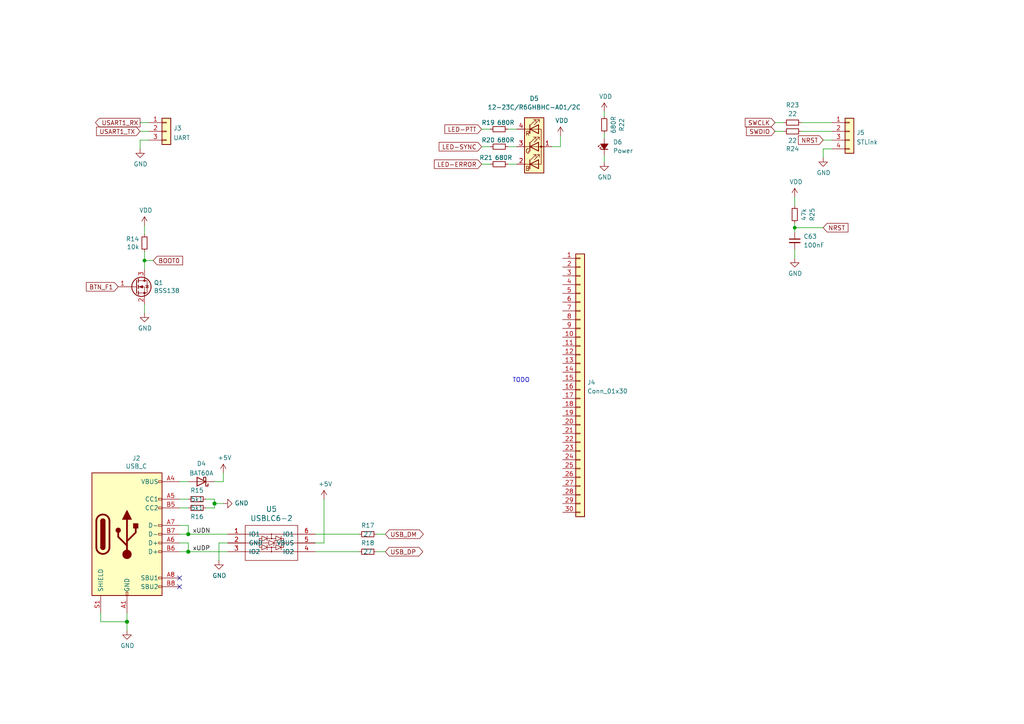
<source format=kicad_sch>
(kicad_sch (version 20211123) (generator eeschema)

  (uuid 9094b0a7-ef41-467b-bf7a-eb307d061101)

  (paper "A4")

  (title_block
    (title "Mini17 - QRP M17 handheld")
    (date "2022-07-25")
    (rev "A")
    (company "M17 Project")
  )

  (lib_symbols
    (symbol "Connector:USB_C_Receptacle_USB2.0" (pin_names (offset 1.016)) (in_bom yes) (on_board yes)
      (property "Reference" "J" (id 0) (at -10.16 19.05 0)
        (effects (font (size 1.27 1.27)) (justify left))
      )
      (property "Value" "USB_C_Receptacle_USB2.0" (id 1) (at 19.05 19.05 0)
        (effects (font (size 1.27 1.27)) (justify right))
      )
      (property "Footprint" "" (id 2) (at 3.81 0 0)
        (effects (font (size 1.27 1.27)) hide)
      )
      (property "Datasheet" "https://www.usb.org/sites/default/files/documents/usb_type-c.zip" (id 3) (at 3.81 0 0)
        (effects (font (size 1.27 1.27)) hide)
      )
      (property "ki_keywords" "usb universal serial bus type-C USB2.0" (id 4) (at 0 0 0)
        (effects (font (size 1.27 1.27)) hide)
      )
      (property "ki_description" "USB 2.0-only Type-C Receptacle connector" (id 5) (at 0 0 0)
        (effects (font (size 1.27 1.27)) hide)
      )
      (property "ki_fp_filters" "USB*C*Receptacle*" (id 6) (at 0 0 0)
        (effects (font (size 1.27 1.27)) hide)
      )
      (symbol "USB_C_Receptacle_USB2.0_0_0"
        (rectangle (start -0.254 -17.78) (end 0.254 -16.764)
          (stroke (width 0) (type default) (color 0 0 0 0))
          (fill (type none))
        )
        (rectangle (start 10.16 -14.986) (end 9.144 -15.494)
          (stroke (width 0) (type default) (color 0 0 0 0))
          (fill (type none))
        )
        (rectangle (start 10.16 -12.446) (end 9.144 -12.954)
          (stroke (width 0) (type default) (color 0 0 0 0))
          (fill (type none))
        )
        (rectangle (start 10.16 -4.826) (end 9.144 -5.334)
          (stroke (width 0) (type default) (color 0 0 0 0))
          (fill (type none))
        )
        (rectangle (start 10.16 -2.286) (end 9.144 -2.794)
          (stroke (width 0) (type default) (color 0 0 0 0))
          (fill (type none))
        )
        (rectangle (start 10.16 0.254) (end 9.144 -0.254)
          (stroke (width 0) (type default) (color 0 0 0 0))
          (fill (type none))
        )
        (rectangle (start 10.16 2.794) (end 9.144 2.286)
          (stroke (width 0) (type default) (color 0 0 0 0))
          (fill (type none))
        )
        (rectangle (start 10.16 7.874) (end 9.144 7.366)
          (stroke (width 0) (type default) (color 0 0 0 0))
          (fill (type none))
        )
        (rectangle (start 10.16 10.414) (end 9.144 9.906)
          (stroke (width 0) (type default) (color 0 0 0 0))
          (fill (type none))
        )
        (rectangle (start 10.16 15.494) (end 9.144 14.986)
          (stroke (width 0) (type default) (color 0 0 0 0))
          (fill (type none))
        )
      )
      (symbol "USB_C_Receptacle_USB2.0_0_1"
        (rectangle (start -10.16 17.78) (end 10.16 -17.78)
          (stroke (width 0.254) (type default) (color 0 0 0 0))
          (fill (type background))
        )
        (arc (start -8.89 -3.81) (mid -6.985 -5.715) (end -5.08 -3.81)
          (stroke (width 0.508) (type default) (color 0 0 0 0))
          (fill (type none))
        )
        (arc (start -7.62 -3.81) (mid -6.985 -4.445) (end -6.35 -3.81)
          (stroke (width 0.254) (type default) (color 0 0 0 0))
          (fill (type none))
        )
        (arc (start -7.62 -3.81) (mid -6.985 -4.445) (end -6.35 -3.81)
          (stroke (width 0.254) (type default) (color 0 0 0 0))
          (fill (type outline))
        )
        (rectangle (start -7.62 -3.81) (end -6.35 3.81)
          (stroke (width 0.254) (type default) (color 0 0 0 0))
          (fill (type outline))
        )
        (arc (start -6.35 3.81) (mid -6.985 4.445) (end -7.62 3.81)
          (stroke (width 0.254) (type default) (color 0 0 0 0))
          (fill (type none))
        )
        (arc (start -6.35 3.81) (mid -6.985 4.445) (end -7.62 3.81)
          (stroke (width 0.254) (type default) (color 0 0 0 0))
          (fill (type outline))
        )
        (arc (start -5.08 3.81) (mid -6.985 5.715) (end -8.89 3.81)
          (stroke (width 0.508) (type default) (color 0 0 0 0))
          (fill (type none))
        )
        (circle (center -2.54 1.143) (radius 0.635)
          (stroke (width 0.254) (type default) (color 0 0 0 0))
          (fill (type outline))
        )
        (circle (center 0 -5.842) (radius 1.27)
          (stroke (width 0) (type default) (color 0 0 0 0))
          (fill (type outline))
        )
        (polyline
          (pts
            (xy -8.89 -3.81)
            (xy -8.89 3.81)
          )
          (stroke (width 0.508) (type default) (color 0 0 0 0))
          (fill (type none))
        )
        (polyline
          (pts
            (xy -5.08 3.81)
            (xy -5.08 -3.81)
          )
          (stroke (width 0.508) (type default) (color 0 0 0 0))
          (fill (type none))
        )
        (polyline
          (pts
            (xy 0 -5.842)
            (xy 0 4.318)
          )
          (stroke (width 0.508) (type default) (color 0 0 0 0))
          (fill (type none))
        )
        (polyline
          (pts
            (xy 0 -3.302)
            (xy -2.54 -0.762)
            (xy -2.54 0.508)
          )
          (stroke (width 0.508) (type default) (color 0 0 0 0))
          (fill (type none))
        )
        (polyline
          (pts
            (xy 0 -2.032)
            (xy 2.54 0.508)
            (xy 2.54 1.778)
          )
          (stroke (width 0.508) (type default) (color 0 0 0 0))
          (fill (type none))
        )
        (polyline
          (pts
            (xy -1.27 4.318)
            (xy 0 6.858)
            (xy 1.27 4.318)
            (xy -1.27 4.318)
          )
          (stroke (width 0.254) (type default) (color 0 0 0 0))
          (fill (type outline))
        )
        (rectangle (start 1.905 1.778) (end 3.175 3.048)
          (stroke (width 0.254) (type default) (color 0 0 0 0))
          (fill (type outline))
        )
      )
      (symbol "USB_C_Receptacle_USB2.0_1_1"
        (pin passive line (at 0 -22.86 90) (length 5.08)
          (name "GND" (effects (font (size 1.27 1.27))))
          (number "A1" (effects (font (size 1.27 1.27))))
        )
        (pin passive line (at 0 -22.86 90) (length 5.08) hide
          (name "GND" (effects (font (size 1.27 1.27))))
          (number "A12" (effects (font (size 1.27 1.27))))
        )
        (pin passive line (at 15.24 15.24 180) (length 5.08)
          (name "VBUS" (effects (font (size 1.27 1.27))))
          (number "A4" (effects (font (size 1.27 1.27))))
        )
        (pin bidirectional line (at 15.24 10.16 180) (length 5.08)
          (name "CC1" (effects (font (size 1.27 1.27))))
          (number "A5" (effects (font (size 1.27 1.27))))
        )
        (pin bidirectional line (at 15.24 -2.54 180) (length 5.08)
          (name "D+" (effects (font (size 1.27 1.27))))
          (number "A6" (effects (font (size 1.27 1.27))))
        )
        (pin bidirectional line (at 15.24 2.54 180) (length 5.08)
          (name "D-" (effects (font (size 1.27 1.27))))
          (number "A7" (effects (font (size 1.27 1.27))))
        )
        (pin bidirectional line (at 15.24 -12.7 180) (length 5.08)
          (name "SBU1" (effects (font (size 1.27 1.27))))
          (number "A8" (effects (font (size 1.27 1.27))))
        )
        (pin passive line (at 15.24 15.24 180) (length 5.08) hide
          (name "VBUS" (effects (font (size 1.27 1.27))))
          (number "A9" (effects (font (size 1.27 1.27))))
        )
        (pin passive line (at 0 -22.86 90) (length 5.08) hide
          (name "GND" (effects (font (size 1.27 1.27))))
          (number "B1" (effects (font (size 1.27 1.27))))
        )
        (pin passive line (at 0 -22.86 90) (length 5.08) hide
          (name "GND" (effects (font (size 1.27 1.27))))
          (number "B12" (effects (font (size 1.27 1.27))))
        )
        (pin passive line (at 15.24 15.24 180) (length 5.08) hide
          (name "VBUS" (effects (font (size 1.27 1.27))))
          (number "B4" (effects (font (size 1.27 1.27))))
        )
        (pin bidirectional line (at 15.24 7.62 180) (length 5.08)
          (name "CC2" (effects (font (size 1.27 1.27))))
          (number "B5" (effects (font (size 1.27 1.27))))
        )
        (pin bidirectional line (at 15.24 -5.08 180) (length 5.08)
          (name "D+" (effects (font (size 1.27 1.27))))
          (number "B6" (effects (font (size 1.27 1.27))))
        )
        (pin bidirectional line (at 15.24 0 180) (length 5.08)
          (name "D-" (effects (font (size 1.27 1.27))))
          (number "B7" (effects (font (size 1.27 1.27))))
        )
        (pin bidirectional line (at 15.24 -15.24 180) (length 5.08)
          (name "SBU2" (effects (font (size 1.27 1.27))))
          (number "B8" (effects (font (size 1.27 1.27))))
        )
        (pin passive line (at 15.24 15.24 180) (length 5.08) hide
          (name "VBUS" (effects (font (size 1.27 1.27))))
          (number "B9" (effects (font (size 1.27 1.27))))
        )
        (pin passive line (at -7.62 -22.86 90) (length 5.08)
          (name "SHIELD" (effects (font (size 1.27 1.27))))
          (number "S1" (effects (font (size 1.27 1.27))))
        )
      )
    )
    (symbol "Connector_Generic:Conn_01x03" (pin_names (offset 1.016) hide) (in_bom yes) (on_board yes)
      (property "Reference" "J" (id 0) (at 0 5.08 0)
        (effects (font (size 1.27 1.27)))
      )
      (property "Value" "Conn_01x03" (id 1) (at 0 -5.08 0)
        (effects (font (size 1.27 1.27)))
      )
      (property "Footprint" "" (id 2) (at 0 0 0)
        (effects (font (size 1.27 1.27)) hide)
      )
      (property "Datasheet" "~" (id 3) (at 0 0 0)
        (effects (font (size 1.27 1.27)) hide)
      )
      (property "ki_keywords" "connector" (id 4) (at 0 0 0)
        (effects (font (size 1.27 1.27)) hide)
      )
      (property "ki_description" "Generic connector, single row, 01x03, script generated (kicad-library-utils/schlib/autogen/connector/)" (id 5) (at 0 0 0)
        (effects (font (size 1.27 1.27)) hide)
      )
      (property "ki_fp_filters" "Connector*:*_1x??_*" (id 6) (at 0 0 0)
        (effects (font (size 1.27 1.27)) hide)
      )
      (symbol "Conn_01x03_1_1"
        (rectangle (start -1.27 -2.413) (end 0 -2.667)
          (stroke (width 0.1524) (type default) (color 0 0 0 0))
          (fill (type none))
        )
        (rectangle (start -1.27 0.127) (end 0 -0.127)
          (stroke (width 0.1524) (type default) (color 0 0 0 0))
          (fill (type none))
        )
        (rectangle (start -1.27 2.667) (end 0 2.413)
          (stroke (width 0.1524) (type default) (color 0 0 0 0))
          (fill (type none))
        )
        (rectangle (start -1.27 3.81) (end 1.27 -3.81)
          (stroke (width 0.254) (type default) (color 0 0 0 0))
          (fill (type background))
        )
        (pin passive line (at -5.08 2.54 0) (length 3.81)
          (name "Pin_1" (effects (font (size 1.27 1.27))))
          (number "1" (effects (font (size 1.27 1.27))))
        )
        (pin passive line (at -5.08 0 0) (length 3.81)
          (name "Pin_2" (effects (font (size 1.27 1.27))))
          (number "2" (effects (font (size 1.27 1.27))))
        )
        (pin passive line (at -5.08 -2.54 0) (length 3.81)
          (name "Pin_3" (effects (font (size 1.27 1.27))))
          (number "3" (effects (font (size 1.27 1.27))))
        )
      )
    )
    (symbol "Connector_Generic:Conn_01x04" (pin_names (offset 1.016) hide) (in_bom yes) (on_board yes)
      (property "Reference" "J" (id 0) (at 0 5.08 0)
        (effects (font (size 1.27 1.27)))
      )
      (property "Value" "Conn_01x04" (id 1) (at 0 -7.62 0)
        (effects (font (size 1.27 1.27)))
      )
      (property "Footprint" "" (id 2) (at 0 0 0)
        (effects (font (size 1.27 1.27)) hide)
      )
      (property "Datasheet" "~" (id 3) (at 0 0 0)
        (effects (font (size 1.27 1.27)) hide)
      )
      (property "ki_keywords" "connector" (id 4) (at 0 0 0)
        (effects (font (size 1.27 1.27)) hide)
      )
      (property "ki_description" "Generic connector, single row, 01x04, script generated (kicad-library-utils/schlib/autogen/connector/)" (id 5) (at 0 0 0)
        (effects (font (size 1.27 1.27)) hide)
      )
      (property "ki_fp_filters" "Connector*:*_1x??_*" (id 6) (at 0 0 0)
        (effects (font (size 1.27 1.27)) hide)
      )
      (symbol "Conn_01x04_1_1"
        (rectangle (start -1.27 -4.953) (end 0 -5.207)
          (stroke (width 0.1524) (type default) (color 0 0 0 0))
          (fill (type none))
        )
        (rectangle (start -1.27 -2.413) (end 0 -2.667)
          (stroke (width 0.1524) (type default) (color 0 0 0 0))
          (fill (type none))
        )
        (rectangle (start -1.27 0.127) (end 0 -0.127)
          (stroke (width 0.1524) (type default) (color 0 0 0 0))
          (fill (type none))
        )
        (rectangle (start -1.27 2.667) (end 0 2.413)
          (stroke (width 0.1524) (type default) (color 0 0 0 0))
          (fill (type none))
        )
        (rectangle (start -1.27 3.81) (end 1.27 -6.35)
          (stroke (width 0.254) (type default) (color 0 0 0 0))
          (fill (type background))
        )
        (pin passive line (at -5.08 2.54 0) (length 3.81)
          (name "Pin_1" (effects (font (size 1.27 1.27))))
          (number "1" (effects (font (size 1.27 1.27))))
        )
        (pin passive line (at -5.08 0 0) (length 3.81)
          (name "Pin_2" (effects (font (size 1.27 1.27))))
          (number "2" (effects (font (size 1.27 1.27))))
        )
        (pin passive line (at -5.08 -2.54 0) (length 3.81)
          (name "Pin_3" (effects (font (size 1.27 1.27))))
          (number "3" (effects (font (size 1.27 1.27))))
        )
        (pin passive line (at -5.08 -5.08 0) (length 3.81)
          (name "Pin_4" (effects (font (size 1.27 1.27))))
          (number "4" (effects (font (size 1.27 1.27))))
        )
      )
    )
    (symbol "Connector_Generic:Conn_01x30" (pin_names (offset 1.016) hide) (in_bom yes) (on_board yes)
      (property "Reference" "J" (id 0) (at 0 38.1 0)
        (effects (font (size 1.27 1.27)))
      )
      (property "Value" "Conn_01x30" (id 1) (at 0 -40.64 0)
        (effects (font (size 1.27 1.27)))
      )
      (property "Footprint" "" (id 2) (at 0 0 0)
        (effects (font (size 1.27 1.27)) hide)
      )
      (property "Datasheet" "~" (id 3) (at 0 0 0)
        (effects (font (size 1.27 1.27)) hide)
      )
      (property "ki_keywords" "connector" (id 4) (at 0 0 0)
        (effects (font (size 1.27 1.27)) hide)
      )
      (property "ki_description" "Generic connector, single row, 01x30, script generated (kicad-library-utils/schlib/autogen/connector/)" (id 5) (at 0 0 0)
        (effects (font (size 1.27 1.27)) hide)
      )
      (property "ki_fp_filters" "Connector*:*_1x??_*" (id 6) (at 0 0 0)
        (effects (font (size 1.27 1.27)) hide)
      )
      (symbol "Conn_01x30_1_1"
        (rectangle (start -1.27 -37.973) (end 0 -38.227)
          (stroke (width 0.1524) (type default) (color 0 0 0 0))
          (fill (type none))
        )
        (rectangle (start -1.27 -35.433) (end 0 -35.687)
          (stroke (width 0.1524) (type default) (color 0 0 0 0))
          (fill (type none))
        )
        (rectangle (start -1.27 -32.893) (end 0 -33.147)
          (stroke (width 0.1524) (type default) (color 0 0 0 0))
          (fill (type none))
        )
        (rectangle (start -1.27 -30.353) (end 0 -30.607)
          (stroke (width 0.1524) (type default) (color 0 0 0 0))
          (fill (type none))
        )
        (rectangle (start -1.27 -27.813) (end 0 -28.067)
          (stroke (width 0.1524) (type default) (color 0 0 0 0))
          (fill (type none))
        )
        (rectangle (start -1.27 -25.273) (end 0 -25.527)
          (stroke (width 0.1524) (type default) (color 0 0 0 0))
          (fill (type none))
        )
        (rectangle (start -1.27 -22.733) (end 0 -22.987)
          (stroke (width 0.1524) (type default) (color 0 0 0 0))
          (fill (type none))
        )
        (rectangle (start -1.27 -20.193) (end 0 -20.447)
          (stroke (width 0.1524) (type default) (color 0 0 0 0))
          (fill (type none))
        )
        (rectangle (start -1.27 -17.653) (end 0 -17.907)
          (stroke (width 0.1524) (type default) (color 0 0 0 0))
          (fill (type none))
        )
        (rectangle (start -1.27 -15.113) (end 0 -15.367)
          (stroke (width 0.1524) (type default) (color 0 0 0 0))
          (fill (type none))
        )
        (rectangle (start -1.27 -12.573) (end 0 -12.827)
          (stroke (width 0.1524) (type default) (color 0 0 0 0))
          (fill (type none))
        )
        (rectangle (start -1.27 -10.033) (end 0 -10.287)
          (stroke (width 0.1524) (type default) (color 0 0 0 0))
          (fill (type none))
        )
        (rectangle (start -1.27 -7.493) (end 0 -7.747)
          (stroke (width 0.1524) (type default) (color 0 0 0 0))
          (fill (type none))
        )
        (rectangle (start -1.27 -4.953) (end 0 -5.207)
          (stroke (width 0.1524) (type default) (color 0 0 0 0))
          (fill (type none))
        )
        (rectangle (start -1.27 -2.413) (end 0 -2.667)
          (stroke (width 0.1524) (type default) (color 0 0 0 0))
          (fill (type none))
        )
        (rectangle (start -1.27 0.127) (end 0 -0.127)
          (stroke (width 0.1524) (type default) (color 0 0 0 0))
          (fill (type none))
        )
        (rectangle (start -1.27 2.667) (end 0 2.413)
          (stroke (width 0.1524) (type default) (color 0 0 0 0))
          (fill (type none))
        )
        (rectangle (start -1.27 5.207) (end 0 4.953)
          (stroke (width 0.1524) (type default) (color 0 0 0 0))
          (fill (type none))
        )
        (rectangle (start -1.27 7.747) (end 0 7.493)
          (stroke (width 0.1524) (type default) (color 0 0 0 0))
          (fill (type none))
        )
        (rectangle (start -1.27 10.287) (end 0 10.033)
          (stroke (width 0.1524) (type default) (color 0 0 0 0))
          (fill (type none))
        )
        (rectangle (start -1.27 12.827) (end 0 12.573)
          (stroke (width 0.1524) (type default) (color 0 0 0 0))
          (fill (type none))
        )
        (rectangle (start -1.27 15.367) (end 0 15.113)
          (stroke (width 0.1524) (type default) (color 0 0 0 0))
          (fill (type none))
        )
        (rectangle (start -1.27 17.907) (end 0 17.653)
          (stroke (width 0.1524) (type default) (color 0 0 0 0))
          (fill (type none))
        )
        (rectangle (start -1.27 20.447) (end 0 20.193)
          (stroke (width 0.1524) (type default) (color 0 0 0 0))
          (fill (type none))
        )
        (rectangle (start -1.27 22.987) (end 0 22.733)
          (stroke (width 0.1524) (type default) (color 0 0 0 0))
          (fill (type none))
        )
        (rectangle (start -1.27 25.527) (end 0 25.273)
          (stroke (width 0.1524) (type default) (color 0 0 0 0))
          (fill (type none))
        )
        (rectangle (start -1.27 28.067) (end 0 27.813)
          (stroke (width 0.1524) (type default) (color 0 0 0 0))
          (fill (type none))
        )
        (rectangle (start -1.27 30.607) (end 0 30.353)
          (stroke (width 0.1524) (type default) (color 0 0 0 0))
          (fill (type none))
        )
        (rectangle (start -1.27 33.147) (end 0 32.893)
          (stroke (width 0.1524) (type default) (color 0 0 0 0))
          (fill (type none))
        )
        (rectangle (start -1.27 35.687) (end 0 35.433)
          (stroke (width 0.1524) (type default) (color 0 0 0 0))
          (fill (type none))
        )
        (rectangle (start -1.27 36.83) (end 1.27 -39.37)
          (stroke (width 0.254) (type default) (color 0 0 0 0))
          (fill (type background))
        )
        (pin passive line (at -5.08 35.56 0) (length 3.81)
          (name "Pin_1" (effects (font (size 1.27 1.27))))
          (number "1" (effects (font (size 1.27 1.27))))
        )
        (pin passive line (at -5.08 12.7 0) (length 3.81)
          (name "Pin_10" (effects (font (size 1.27 1.27))))
          (number "10" (effects (font (size 1.27 1.27))))
        )
        (pin passive line (at -5.08 10.16 0) (length 3.81)
          (name "Pin_11" (effects (font (size 1.27 1.27))))
          (number "11" (effects (font (size 1.27 1.27))))
        )
        (pin passive line (at -5.08 7.62 0) (length 3.81)
          (name "Pin_12" (effects (font (size 1.27 1.27))))
          (number "12" (effects (font (size 1.27 1.27))))
        )
        (pin passive line (at -5.08 5.08 0) (length 3.81)
          (name "Pin_13" (effects (font (size 1.27 1.27))))
          (number "13" (effects (font (size 1.27 1.27))))
        )
        (pin passive line (at -5.08 2.54 0) (length 3.81)
          (name "Pin_14" (effects (font (size 1.27 1.27))))
          (number "14" (effects (font (size 1.27 1.27))))
        )
        (pin passive line (at -5.08 0 0) (length 3.81)
          (name "Pin_15" (effects (font (size 1.27 1.27))))
          (number "15" (effects (font (size 1.27 1.27))))
        )
        (pin passive line (at -5.08 -2.54 0) (length 3.81)
          (name "Pin_16" (effects (font (size 1.27 1.27))))
          (number "16" (effects (font (size 1.27 1.27))))
        )
        (pin passive line (at -5.08 -5.08 0) (length 3.81)
          (name "Pin_17" (effects (font (size 1.27 1.27))))
          (number "17" (effects (font (size 1.27 1.27))))
        )
        (pin passive line (at -5.08 -7.62 0) (length 3.81)
          (name "Pin_18" (effects (font (size 1.27 1.27))))
          (number "18" (effects (font (size 1.27 1.27))))
        )
        (pin passive line (at -5.08 -10.16 0) (length 3.81)
          (name "Pin_19" (effects (font (size 1.27 1.27))))
          (number "19" (effects (font (size 1.27 1.27))))
        )
        (pin passive line (at -5.08 33.02 0) (length 3.81)
          (name "Pin_2" (effects (font (size 1.27 1.27))))
          (number "2" (effects (font (size 1.27 1.27))))
        )
        (pin passive line (at -5.08 -12.7 0) (length 3.81)
          (name "Pin_20" (effects (font (size 1.27 1.27))))
          (number "20" (effects (font (size 1.27 1.27))))
        )
        (pin passive line (at -5.08 -15.24 0) (length 3.81)
          (name "Pin_21" (effects (font (size 1.27 1.27))))
          (number "21" (effects (font (size 1.27 1.27))))
        )
        (pin passive line (at -5.08 -17.78 0) (length 3.81)
          (name "Pin_22" (effects (font (size 1.27 1.27))))
          (number "22" (effects (font (size 1.27 1.27))))
        )
        (pin passive line (at -5.08 -20.32 0) (length 3.81)
          (name "Pin_23" (effects (font (size 1.27 1.27))))
          (number "23" (effects (font (size 1.27 1.27))))
        )
        (pin passive line (at -5.08 -22.86 0) (length 3.81)
          (name "Pin_24" (effects (font (size 1.27 1.27))))
          (number "24" (effects (font (size 1.27 1.27))))
        )
        (pin passive line (at -5.08 -25.4 0) (length 3.81)
          (name "Pin_25" (effects (font (size 1.27 1.27))))
          (number "25" (effects (font (size 1.27 1.27))))
        )
        (pin passive line (at -5.08 -27.94 0) (length 3.81)
          (name "Pin_26" (effects (font (size 1.27 1.27))))
          (number "26" (effects (font (size 1.27 1.27))))
        )
        (pin passive line (at -5.08 -30.48 0) (length 3.81)
          (name "Pin_27" (effects (font (size 1.27 1.27))))
          (number "27" (effects (font (size 1.27 1.27))))
        )
        (pin passive line (at -5.08 -33.02 0) (length 3.81)
          (name "Pin_28" (effects (font (size 1.27 1.27))))
          (number "28" (effects (font (size 1.27 1.27))))
        )
        (pin passive line (at -5.08 -35.56 0) (length 3.81)
          (name "Pin_29" (effects (font (size 1.27 1.27))))
          (number "29" (effects (font (size 1.27 1.27))))
        )
        (pin passive line (at -5.08 30.48 0) (length 3.81)
          (name "Pin_3" (effects (font (size 1.27 1.27))))
          (number "3" (effects (font (size 1.27 1.27))))
        )
        (pin passive line (at -5.08 -38.1 0) (length 3.81)
          (name "Pin_30" (effects (font (size 1.27 1.27))))
          (number "30" (effects (font (size 1.27 1.27))))
        )
        (pin passive line (at -5.08 27.94 0) (length 3.81)
          (name "Pin_4" (effects (font (size 1.27 1.27))))
          (number "4" (effects (font (size 1.27 1.27))))
        )
        (pin passive line (at -5.08 25.4 0) (length 3.81)
          (name "Pin_5" (effects (font (size 1.27 1.27))))
          (number "5" (effects (font (size 1.27 1.27))))
        )
        (pin passive line (at -5.08 22.86 0) (length 3.81)
          (name "Pin_6" (effects (font (size 1.27 1.27))))
          (number "6" (effects (font (size 1.27 1.27))))
        )
        (pin passive line (at -5.08 20.32 0) (length 3.81)
          (name "Pin_7" (effects (font (size 1.27 1.27))))
          (number "7" (effects (font (size 1.27 1.27))))
        )
        (pin passive line (at -5.08 17.78 0) (length 3.81)
          (name "Pin_8" (effects (font (size 1.27 1.27))))
          (number "8" (effects (font (size 1.27 1.27))))
        )
        (pin passive line (at -5.08 15.24 0) (length 3.81)
          (name "Pin_9" (effects (font (size 1.27 1.27))))
          (number "9" (effects (font (size 1.27 1.27))))
        )
      )
    )
    (symbol "Device:C_Small" (pin_numbers hide) (pin_names (offset 0.254) hide) (in_bom yes) (on_board yes)
      (property "Reference" "C" (id 0) (at 0.254 1.778 0)
        (effects (font (size 1.27 1.27)) (justify left))
      )
      (property "Value" "C_Small" (id 1) (at 0.254 -2.032 0)
        (effects (font (size 1.27 1.27)) (justify left))
      )
      (property "Footprint" "" (id 2) (at 0 0 0)
        (effects (font (size 1.27 1.27)) hide)
      )
      (property "Datasheet" "~" (id 3) (at 0 0 0)
        (effects (font (size 1.27 1.27)) hide)
      )
      (property "ki_keywords" "capacitor cap" (id 4) (at 0 0 0)
        (effects (font (size 1.27 1.27)) hide)
      )
      (property "ki_description" "Unpolarized capacitor, small symbol" (id 5) (at 0 0 0)
        (effects (font (size 1.27 1.27)) hide)
      )
      (property "ki_fp_filters" "C_*" (id 6) (at 0 0 0)
        (effects (font (size 1.27 1.27)) hide)
      )
      (symbol "C_Small_0_1"
        (polyline
          (pts
            (xy -1.524 -0.508)
            (xy 1.524 -0.508)
          )
          (stroke (width 0.3302) (type default) (color 0 0 0 0))
          (fill (type none))
        )
        (polyline
          (pts
            (xy -1.524 0.508)
            (xy 1.524 0.508)
          )
          (stroke (width 0.3048) (type default) (color 0 0 0 0))
          (fill (type none))
        )
      )
      (symbol "C_Small_1_1"
        (pin passive line (at 0 2.54 270) (length 2.032)
          (name "~" (effects (font (size 1.27 1.27))))
          (number "1" (effects (font (size 1.27 1.27))))
        )
        (pin passive line (at 0 -2.54 90) (length 2.032)
          (name "~" (effects (font (size 1.27 1.27))))
          (number "2" (effects (font (size 1.27 1.27))))
        )
      )
    )
    (symbol "Device:LED_ABGR" (pin_names (offset 0) hide) (in_bom yes) (on_board yes)
      (property "Reference" "D" (id 0) (at 0 9.398 0)
        (effects (font (size 1.27 1.27)))
      )
      (property "Value" "LED_ABGR" (id 1) (at 0 -8.89 0)
        (effects (font (size 1.27 1.27)))
      )
      (property "Footprint" "" (id 2) (at 0 -1.27 0)
        (effects (font (size 1.27 1.27)) hide)
      )
      (property "Datasheet" "~" (id 3) (at 0 -1.27 0)
        (effects (font (size 1.27 1.27)) hide)
      )
      (property "ki_keywords" "LED RGB diode" (id 4) (at 0 0 0)
        (effects (font (size 1.27 1.27)) hide)
      )
      (property "ki_description" "RGB LED, anode/blue/green/red" (id 5) (at 0 0 0)
        (effects (font (size 1.27 1.27)) hide)
      )
      (property "ki_fp_filters" "LED* LED_SMD:* LED_THT:*" (id 6) (at 0 0 0)
        (effects (font (size 1.27 1.27)) hide)
      )
      (symbol "LED_ABGR_0_0"
        (text "B" (at -1.905 -6.35 0)
          (effects (font (size 1.27 1.27)))
        )
        (text "G" (at -1.905 -1.27 0)
          (effects (font (size 1.27 1.27)))
        )
        (text "R" (at -1.905 3.81 0)
          (effects (font (size 1.27 1.27)))
        )
      )
      (symbol "LED_ABGR_0_1"
        (polyline
          (pts
            (xy -1.27 -5.08)
            (xy -2.54 -5.08)
          )
          (stroke (width 0) (type default) (color 0 0 0 0))
          (fill (type none))
        )
        (polyline
          (pts
            (xy -1.27 -5.08)
            (xy 1.27 -5.08)
          )
          (stroke (width 0) (type default) (color 0 0 0 0))
          (fill (type none))
        )
        (polyline
          (pts
            (xy -1.27 -3.81)
            (xy -1.27 -6.35)
          )
          (stroke (width 0.254) (type default) (color 0 0 0 0))
          (fill (type none))
        )
        (polyline
          (pts
            (xy -1.27 0)
            (xy -2.54 0)
          )
          (stroke (width 0) (type default) (color 0 0 0 0))
          (fill (type none))
        )
        (polyline
          (pts
            (xy -1.27 1.27)
            (xy -1.27 -1.27)
          )
          (stroke (width 0.254) (type default) (color 0 0 0 0))
          (fill (type none))
        )
        (polyline
          (pts
            (xy -1.27 5.08)
            (xy -2.54 5.08)
          )
          (stroke (width 0) (type default) (color 0 0 0 0))
          (fill (type none))
        )
        (polyline
          (pts
            (xy -1.27 5.08)
            (xy 1.27 5.08)
          )
          (stroke (width 0) (type default) (color 0 0 0 0))
          (fill (type none))
        )
        (polyline
          (pts
            (xy -1.27 6.35)
            (xy -1.27 3.81)
          )
          (stroke (width 0.254) (type default) (color 0 0 0 0))
          (fill (type none))
        )
        (polyline
          (pts
            (xy 1.27 0)
            (xy -1.27 0)
          )
          (stroke (width 0) (type default) (color 0 0 0 0))
          (fill (type none))
        )
        (polyline
          (pts
            (xy 1.27 0)
            (xy 2.54 0)
          )
          (stroke (width 0) (type default) (color 0 0 0 0))
          (fill (type none))
        )
        (polyline
          (pts
            (xy -1.27 1.27)
            (xy -1.27 -1.27)
            (xy -1.27 -1.27)
          )
          (stroke (width 0) (type default) (color 0 0 0 0))
          (fill (type none))
        )
        (polyline
          (pts
            (xy -1.27 6.35)
            (xy -1.27 3.81)
            (xy -1.27 3.81)
          )
          (stroke (width 0) (type default) (color 0 0 0 0))
          (fill (type none))
        )
        (polyline
          (pts
            (xy 1.27 -5.08)
            (xy 2.032 -5.08)
            (xy 2.032 5.08)
            (xy 1.27 5.08)
          )
          (stroke (width 0) (type default) (color 0 0 0 0))
          (fill (type none))
        )
        (polyline
          (pts
            (xy 1.27 -3.81)
            (xy 1.27 -6.35)
            (xy -1.27 -5.08)
            (xy 1.27 -3.81)
          )
          (stroke (width 0.254) (type default) (color 0 0 0 0))
          (fill (type none))
        )
        (polyline
          (pts
            (xy 1.27 1.27)
            (xy 1.27 -1.27)
            (xy -1.27 0)
            (xy 1.27 1.27)
          )
          (stroke (width 0.254) (type default) (color 0 0 0 0))
          (fill (type none))
        )
        (polyline
          (pts
            (xy 1.27 6.35)
            (xy 1.27 3.81)
            (xy -1.27 5.08)
            (xy 1.27 6.35)
          )
          (stroke (width 0.254) (type default) (color 0 0 0 0))
          (fill (type none))
        )
        (polyline
          (pts
            (xy -1.016 -3.81)
            (xy 0.508 -2.286)
            (xy -0.254 -2.286)
            (xy 0.508 -2.286)
            (xy 0.508 -3.048)
          )
          (stroke (width 0) (type default) (color 0 0 0 0))
          (fill (type none))
        )
        (polyline
          (pts
            (xy -1.016 1.27)
            (xy 0.508 2.794)
            (xy -0.254 2.794)
            (xy 0.508 2.794)
            (xy 0.508 2.032)
          )
          (stroke (width 0) (type default) (color 0 0 0 0))
          (fill (type none))
        )
        (polyline
          (pts
            (xy -1.016 6.35)
            (xy 0.508 7.874)
            (xy -0.254 7.874)
            (xy 0.508 7.874)
            (xy 0.508 7.112)
          )
          (stroke (width 0) (type default) (color 0 0 0 0))
          (fill (type none))
        )
        (polyline
          (pts
            (xy 0 -3.81)
            (xy 1.524 -2.286)
            (xy 0.762 -2.286)
            (xy 1.524 -2.286)
            (xy 1.524 -3.048)
          )
          (stroke (width 0) (type default) (color 0 0 0 0))
          (fill (type none))
        )
        (polyline
          (pts
            (xy 0 1.27)
            (xy 1.524 2.794)
            (xy 0.762 2.794)
            (xy 1.524 2.794)
            (xy 1.524 2.032)
          )
          (stroke (width 0) (type default) (color 0 0 0 0))
          (fill (type none))
        )
        (polyline
          (pts
            (xy 0 6.35)
            (xy 1.524 7.874)
            (xy 0.762 7.874)
            (xy 1.524 7.874)
            (xy 1.524 7.112)
          )
          (stroke (width 0) (type default) (color 0 0 0 0))
          (fill (type none))
        )
        (rectangle (start 1.27 -1.27) (end 1.27 1.27)
          (stroke (width 0) (type default) (color 0 0 0 0))
          (fill (type none))
        )
        (rectangle (start 1.27 1.27) (end 1.27 1.27)
          (stroke (width 0) (type default) (color 0 0 0 0))
          (fill (type none))
        )
        (rectangle (start 1.27 3.81) (end 1.27 6.35)
          (stroke (width 0) (type default) (color 0 0 0 0))
          (fill (type none))
        )
        (rectangle (start 1.27 6.35) (end 1.27 6.35)
          (stroke (width 0) (type default) (color 0 0 0 0))
          (fill (type none))
        )
        (circle (center 2.032 0) (radius 0.254)
          (stroke (width 0) (type default) (color 0 0 0 0))
          (fill (type outline))
        )
        (rectangle (start 2.794 8.382) (end -2.794 -7.62)
          (stroke (width 0.254) (type default) (color 0 0 0 0))
          (fill (type background))
        )
      )
      (symbol "LED_ABGR_1_1"
        (pin passive line (at 5.08 0 180) (length 2.54)
          (name "A" (effects (font (size 1.27 1.27))))
          (number "1" (effects (font (size 1.27 1.27))))
        )
        (pin passive line (at -5.08 -5.08 0) (length 2.54)
          (name "BK" (effects (font (size 1.27 1.27))))
          (number "2" (effects (font (size 1.27 1.27))))
        )
        (pin passive line (at -5.08 0 0) (length 2.54)
          (name "GK" (effects (font (size 1.27 1.27))))
          (number "3" (effects (font (size 1.27 1.27))))
        )
        (pin passive line (at -5.08 5.08 0) (length 2.54)
          (name "RK" (effects (font (size 1.27 1.27))))
          (number "4" (effects (font (size 1.27 1.27))))
        )
      )
    )
    (symbol "Device:LED_Small_Filled" (pin_numbers hide) (pin_names (offset 0.254) hide) (in_bom yes) (on_board yes)
      (property "Reference" "D" (id 0) (at -1.27 3.175 0)
        (effects (font (size 1.27 1.27)) (justify left))
      )
      (property "Value" "LED_Small_Filled" (id 1) (at -4.445 -2.54 0)
        (effects (font (size 1.27 1.27)) (justify left))
      )
      (property "Footprint" "" (id 2) (at 0 0 90)
        (effects (font (size 1.27 1.27)) hide)
      )
      (property "Datasheet" "~" (id 3) (at 0 0 90)
        (effects (font (size 1.27 1.27)) hide)
      )
      (property "ki_keywords" "LED diode light-emitting-diode" (id 4) (at 0 0 0)
        (effects (font (size 1.27 1.27)) hide)
      )
      (property "ki_description" "Light emitting diode, small symbol, filled shape" (id 5) (at 0 0 0)
        (effects (font (size 1.27 1.27)) hide)
      )
      (property "ki_fp_filters" "LED* LED_SMD:* LED_THT:*" (id 6) (at 0 0 0)
        (effects (font (size 1.27 1.27)) hide)
      )
      (symbol "LED_Small_Filled_0_1"
        (polyline
          (pts
            (xy -0.762 -1.016)
            (xy -0.762 1.016)
          )
          (stroke (width 0.254) (type default) (color 0 0 0 0))
          (fill (type none))
        )
        (polyline
          (pts
            (xy 1.016 0)
            (xy -0.762 0)
          )
          (stroke (width 0) (type default) (color 0 0 0 0))
          (fill (type none))
        )
        (polyline
          (pts
            (xy 0.762 -1.016)
            (xy -0.762 0)
            (xy 0.762 1.016)
            (xy 0.762 -1.016)
          )
          (stroke (width 0.254) (type default) (color 0 0 0 0))
          (fill (type outline))
        )
        (polyline
          (pts
            (xy 0 0.762)
            (xy -0.508 1.27)
            (xy -0.254 1.27)
            (xy -0.508 1.27)
            (xy -0.508 1.016)
          )
          (stroke (width 0) (type default) (color 0 0 0 0))
          (fill (type none))
        )
        (polyline
          (pts
            (xy 0.508 1.27)
            (xy 0 1.778)
            (xy 0.254 1.778)
            (xy 0 1.778)
            (xy 0 1.524)
          )
          (stroke (width 0) (type default) (color 0 0 0 0))
          (fill (type none))
        )
      )
      (symbol "LED_Small_Filled_1_1"
        (pin passive line (at -2.54 0 0) (length 1.778)
          (name "K" (effects (font (size 1.27 1.27))))
          (number "1" (effects (font (size 1.27 1.27))))
        )
        (pin passive line (at 2.54 0 180) (length 1.778)
          (name "A" (effects (font (size 1.27 1.27))))
          (number "2" (effects (font (size 1.27 1.27))))
        )
      )
    )
    (symbol "Diode:BAT60A" (pin_numbers hide) (pin_names (offset 1.016) hide) (in_bom yes) (on_board yes)
      (property "Reference" "D" (id 0) (at 0 2.54 0)
        (effects (font (size 1.27 1.27)))
      )
      (property "Value" "BAT60A" (id 1) (at 0 -2.54 0)
        (effects (font (size 1.27 1.27)))
      )
      (property "Footprint" "Diode_SMD:D_SOD-323" (id 2) (at 0 -4.445 0)
        (effects (font (size 1.27 1.27)) hide)
      )
      (property "Datasheet" "https://www.infineon.com/dgdl/Infineon-BAT60ASERIES-DS-v01_01-en.pdf?fileId=db3a304313d846880113def70c9304a9" (id 3) (at 0 0 0)
        (effects (font (size 1.27 1.27)) hide)
      )
      (property "ki_keywords" "diode Schottky" (id 4) (at 0 0 0)
        (effects (font (size 1.27 1.27)) hide)
      )
      (property "ki_description" "10V 3A High Current Recitifier Schottky Diode, SOD-323" (id 5) (at 0 0 0)
        (effects (font (size 1.27 1.27)) hide)
      )
      (property "ki_fp_filters" "D*SOD?323*" (id 6) (at 0 0 0)
        (effects (font (size 1.27 1.27)) hide)
      )
      (symbol "BAT60A_0_1"
        (polyline
          (pts
            (xy 1.27 0)
            (xy -1.27 0)
          )
          (stroke (width 0) (type default) (color 0 0 0 0))
          (fill (type none))
        )
        (polyline
          (pts
            (xy 1.27 1.27)
            (xy 1.27 -1.27)
            (xy -1.27 0)
            (xy 1.27 1.27)
          )
          (stroke (width 0.254) (type default) (color 0 0 0 0))
          (fill (type none))
        )
        (polyline
          (pts
            (xy -1.905 0.635)
            (xy -1.905 1.27)
            (xy -1.27 1.27)
            (xy -1.27 -1.27)
            (xy -0.635 -1.27)
            (xy -0.635 -0.635)
          )
          (stroke (width 0.254) (type default) (color 0 0 0 0))
          (fill (type none))
        )
      )
      (symbol "BAT60A_1_1"
        (pin passive line (at -3.81 0 0) (length 2.54)
          (name "K" (effects (font (size 1.27 1.27))))
          (number "1" (effects (font (size 1.27 1.27))))
        )
        (pin passive line (at 3.81 0 180) (length 2.54)
          (name "A" (effects (font (size 1.27 1.27))))
          (number "2" (effects (font (size 1.27 1.27))))
        )
      )
    )
    (symbol "Mainboard-rescue:BSS138-Transistor_FET" (pin_names hide) (in_bom yes) (on_board yes)
      (property "Reference" "Q" (id 0) (at 5.08 1.905 0)
        (effects (font (size 1.27 1.27)) (justify left))
      )
      (property "Value" "BSS138-Transistor_FET" (id 1) (at 5.08 0 0)
        (effects (font (size 1.27 1.27)) (justify left))
      )
      (property "Footprint" "Package_TO_SOT_SMD:SOT-23" (id 2) (at 5.08 -1.905 0)
        (effects (font (size 1.27 1.27) italic) (justify left) hide)
      )
      (property "Datasheet" "" (id 3) (at 0 0 0)
        (effects (font (size 1.27 1.27)) (justify left) hide)
      )
      (property "ki_fp_filters" "SOT?23*" (id 4) (at 0 0 0)
        (effects (font (size 1.27 1.27)) hide)
      )
      (symbol "BSS138-Transistor_FET_0_1"
        (polyline
          (pts
            (xy 0.254 0)
            (xy -2.54 0)
          )
          (stroke (width 0) (type default) (color 0 0 0 0))
          (fill (type none))
        )
        (polyline
          (pts
            (xy 0.254 1.905)
            (xy 0.254 -1.905)
          )
          (stroke (width 0.254) (type default) (color 0 0 0 0))
          (fill (type none))
        )
        (polyline
          (pts
            (xy 0.762 -1.27)
            (xy 0.762 -2.286)
          )
          (stroke (width 0.254) (type default) (color 0 0 0 0))
          (fill (type none))
        )
        (polyline
          (pts
            (xy 0.762 0.508)
            (xy 0.762 -0.508)
          )
          (stroke (width 0.254) (type default) (color 0 0 0 0))
          (fill (type none))
        )
        (polyline
          (pts
            (xy 0.762 2.286)
            (xy 0.762 1.27)
          )
          (stroke (width 0.254) (type default) (color 0 0 0 0))
          (fill (type none))
        )
        (polyline
          (pts
            (xy 2.54 2.54)
            (xy 2.54 1.778)
          )
          (stroke (width 0) (type default) (color 0 0 0 0))
          (fill (type none))
        )
        (polyline
          (pts
            (xy 2.54 -2.54)
            (xy 2.54 0)
            (xy 0.762 0)
          )
          (stroke (width 0) (type default) (color 0 0 0 0))
          (fill (type none))
        )
        (polyline
          (pts
            (xy 0.762 -1.778)
            (xy 3.302 -1.778)
            (xy 3.302 1.778)
            (xy 0.762 1.778)
          )
          (stroke (width 0) (type default) (color 0 0 0 0))
          (fill (type none))
        )
        (polyline
          (pts
            (xy 1.016 0)
            (xy 2.032 0.381)
            (xy 2.032 -0.381)
            (xy 1.016 0)
          )
          (stroke (width 0) (type default) (color 0 0 0 0))
          (fill (type outline))
        )
        (polyline
          (pts
            (xy 2.794 0.508)
            (xy 2.921 0.381)
            (xy 3.683 0.381)
            (xy 3.81 0.254)
          )
          (stroke (width 0) (type default) (color 0 0 0 0))
          (fill (type none))
        )
        (polyline
          (pts
            (xy 3.302 0.381)
            (xy 2.921 -0.254)
            (xy 3.683 -0.254)
            (xy 3.302 0.381)
          )
          (stroke (width 0) (type default) (color 0 0 0 0))
          (fill (type none))
        )
        (circle (center 1.651 0) (radius 2.794)
          (stroke (width 0.254) (type default) (color 0 0 0 0))
          (fill (type none))
        )
        (circle (center 2.54 -1.778) (radius 0.254)
          (stroke (width 0) (type default) (color 0 0 0 0))
          (fill (type outline))
        )
        (circle (center 2.54 1.778) (radius 0.254)
          (stroke (width 0) (type default) (color 0 0 0 0))
          (fill (type outline))
        )
      )
      (symbol "BSS138-Transistor_FET_1_1"
        (pin input line (at -5.08 0 0) (length 2.54)
          (name "G" (effects (font (size 1.27 1.27))))
          (number "1" (effects (font (size 1.27 1.27))))
        )
        (pin passive line (at 2.54 -5.08 90) (length 2.54)
          (name "S" (effects (font (size 1.27 1.27))))
          (number "2" (effects (font (size 1.27 1.27))))
        )
        (pin passive line (at 2.54 5.08 270) (length 2.54)
          (name "D" (effects (font (size 1.27 1.27))))
          (number "3" (effects (font (size 1.27 1.27))))
        )
      )
    )
    (symbol "Mainboard-rescue:R_Small-Device" (pin_numbers hide) (pin_names (offset 0.254) hide) (in_bom yes) (on_board yes)
      (property "Reference" "R" (id 0) (at 0.762 0.508 0)
        (effects (font (size 1.27 1.27)) (justify left))
      )
      (property "Value" "R_Small-Device" (id 1) (at 0.762 -1.016 0)
        (effects (font (size 1.27 1.27)) (justify left))
      )
      (property "Footprint" "" (id 2) (at 0 0 0)
        (effects (font (size 1.27 1.27)) hide)
      )
      (property "Datasheet" "" (id 3) (at 0 0 0)
        (effects (font (size 1.27 1.27)) hide)
      )
      (property "ki_fp_filters" "R_*" (id 4) (at 0 0 0)
        (effects (font (size 1.27 1.27)) hide)
      )
      (symbol "R_Small-Device_0_1"
        (rectangle (start -0.762 1.778) (end 0.762 -1.778)
          (stroke (width 0.2032) (type default) (color 0 0 0 0))
          (fill (type none))
        )
      )
      (symbol "R_Small-Device_1_1"
        (pin passive line (at 0 2.54 270) (length 0.762)
          (name "~" (effects (font (size 1.27 1.27))))
          (number "1" (effects (font (size 1.27 1.27))))
        )
        (pin passive line (at 0 -2.54 90) (length 0.762)
          (name "~" (effects (font (size 1.27 1.27))))
          (number "2" (effects (font (size 1.27 1.27))))
        )
      )
    )
    (symbol "pkl_device:pkl_R_Small" (pin_numbers hide) (pin_names (offset 0.254) hide) (in_bom yes) (on_board yes)
      (property "Reference" "R" (id 0) (at 0.762 0.508 0)
        (effects (font (size 1.27 1.27)) (justify left))
      )
      (property "Value" "pkl_R_Small" (id 1) (at 0.762 -1.016 0)
        (effects (font (size 1.27 1.27)) (justify left))
      )
      (property "Footprint" "" (id 2) (at 0 0 0)
        (effects (font (size 1.524 1.524)))
      )
      (property "Datasheet" "" (id 3) (at 0 0 0)
        (effects (font (size 1.524 1.524)))
      )
      (property "ki_description" "Resistor" (id 4) (at 0 0 0)
        (effects (font (size 1.27 1.27)) hide)
      )
      (property "ki_fp_filters" "Resistor_* R_*" (id 5) (at 0 0 0)
        (effects (font (size 1.27 1.27)) hide)
      )
      (symbol "pkl_R_Small_0_1"
        (rectangle (start -0.762 1.778) (end 0.762 -1.778)
          (stroke (width 0.2032) (type default) (color 0 0 0 0))
          (fill (type none))
        )
      )
      (symbol "pkl_R_Small_1_1"
        (pin passive line (at 0 2.54 270) (length 0.762)
          (name "~" (effects (font (size 1.016 1.016))))
          (number "1" (effects (font (size 1.016 1.016))))
        )
        (pin passive line (at 0 -2.54 90) (length 0.762)
          (name "~" (effects (font (size 1.016 1.016))))
          (number "2" (effects (font (size 1.016 1.016))))
        )
      )
    )
    (symbol "pkl_misc:USBLC6-2" (pin_names (offset 1.016)) (in_bom yes) (on_board yes)
      (property "Reference" "U" (id 0) (at 0 -7.62 0)
        (effects (font (size 1.524 1.524)))
      )
      (property "Value" "USBLC6-2" (id 1) (at 0 7.62 0)
        (effects (font (size 1.524 1.524)))
      )
      (property "Footprint" "" (id 2) (at 0 0 0)
        (effects (font (size 1.524 1.524)))
      )
      (property "Datasheet" "" (id 3) (at 0 0 0)
        (effects (font (size 1.524 1.524)))
      )
      (symbol "USBLC6-2_0_1"
        (rectangle (start -7.62 5.08) (end 7.62 -5.08)
          (stroke (width 0) (type default) (color 0 0 0 0))
          (fill (type none))
        )
        (circle (center -3.556 0) (radius 0.127)
          (stroke (width 0) (type default) (color 0 0 0 0))
          (fill (type none))
        )
        (circle (center 0 -2.54) (radius 0.127)
          (stroke (width 0) (type default) (color 0 0 0 0))
          (fill (type none))
        )
        (circle (center 0 -1.27) (radius 0.127)
          (stroke (width 0) (type default) (color 0 0 0 0))
          (fill (type none))
        )
        (polyline
          (pts
            (xy -7.62 -2.54)
            (xy 7.62 -2.54)
          )
          (stroke (width 0) (type default) (color 0 0 0 0))
          (fill (type none))
        )
        (polyline
          (pts
            (xy -7.62 0)
            (xy -0.762 0)
          )
          (stroke (width 0) (type default) (color 0 0 0 0))
          (fill (type none))
        )
        (polyline
          (pts
            (xy -7.62 2.54)
            (xy 7.62 2.54)
          )
          (stroke (width 0) (type default) (color 0 0 0 0))
          (fill (type none))
        )
        (polyline
          (pts
            (xy -1.27 -1.27)
            (xy 1.27 -1.27)
          )
          (stroke (width 0) (type default) (color 0 0 0 0))
          (fill (type none))
        )
        (polyline
          (pts
            (xy -1.27 -0.508)
            (xy -1.27 -2.032)
          )
          (stroke (width 0) (type default) (color 0 0 0 0))
          (fill (type none))
        )
        (polyline
          (pts
            (xy -1.27 0.508)
            (xy -1.27 2.032)
          )
          (stroke (width 0) (type default) (color 0 0 0 0))
          (fill (type none))
        )
        (polyline
          (pts
            (xy -1.27 1.27)
            (xy 1.27 1.27)
          )
          (stroke (width 0) (type default) (color 0 0 0 0))
          (fill (type none))
        )
        (polyline
          (pts
            (xy 0 -1.27)
            (xy 0 -2.54)
          )
          (stroke (width 0) (type default) (color 0 0 0 0))
          (fill (type none))
        )
        (polyline
          (pts
            (xy 0 1.27)
            (xy 0 2.54)
          )
          (stroke (width 0) (type default) (color 0 0 0 0))
          (fill (type none))
        )
        (polyline
          (pts
            (xy 0.762 0)
            (xy 7.62 0)
          )
          (stroke (width 0) (type default) (color 0 0 0 0))
          (fill (type none))
        )
        (polyline
          (pts
            (xy 2.794 -0.508)
            (xy 2.794 -2.032)
          )
          (stroke (width 0) (type default) (color 0 0 0 0))
          (fill (type none))
        )
        (polyline
          (pts
            (xy 2.794 2.032)
            (xy 2.794 0.508)
          )
          (stroke (width 0) (type default) (color 0 0 0 0))
          (fill (type none))
        )
        (polyline
          (pts
            (xy -3.556 0)
            (xy -3.556 -1.27)
            (xy -2.794 -1.27)
          )
          (stroke (width 0) (type default) (color 0 0 0 0))
          (fill (type none))
        )
        (polyline
          (pts
            (xy -2.794 1.27)
            (xy -3.556 1.27)
            (xy -3.556 0)
          )
          (stroke (width 0) (type default) (color 0 0 0 0))
          (fill (type none))
        )
        (polyline
          (pts
            (xy 2.794 -1.27)
            (xy 3.556 -1.27)
            (xy 3.556 0)
          )
          (stroke (width 0) (type default) (color 0 0 0 0))
          (fill (type none))
        )
        (polyline
          (pts
            (xy 2.794 1.27)
            (xy 3.556 1.27)
            (xy 3.556 0)
          )
          (stroke (width 0) (type default) (color 0 0 0 0))
          (fill (type none))
        )
        (polyline
          (pts
            (xy -2.794 -0.508)
            (xy -2.794 -2.032)
            (xy -1.27 -1.27)
            (xy -2.794 -0.508)
          )
          (stroke (width 0) (type default) (color 0 0 0 0))
          (fill (type none))
        )
        (polyline
          (pts
            (xy -2.794 0.508)
            (xy -1.27 1.27)
            (xy -2.794 2.032)
            (xy -2.794 0.508)
          )
          (stroke (width 0) (type default) (color 0 0 0 0))
          (fill (type none))
        )
        (polyline
          (pts
            (xy -0.762 0.762)
            (xy -0.762 -0.762)
            (xy 0.762 0)
            (xy -0.762 0.762)
          )
          (stroke (width 0) (type default) (color 0 0 0 0))
          (fill (type none))
        )
        (polyline
          (pts
            (xy 0.508 -0.762)
            (xy 0.762 -0.508)
            (xy 0.762 0.508)
            (xy 1.016 0.762)
          )
          (stroke (width 0) (type default) (color 0 0 0 0))
          (fill (type none))
        )
        (polyline
          (pts
            (xy 1.27 -0.508)
            (xy 2.794 -1.27)
            (xy 1.27 -2.032)
            (xy 1.27 -0.508)
          )
          (stroke (width 0) (type default) (color 0 0 0 0))
          (fill (type none))
        )
        (polyline
          (pts
            (xy 1.27 2.032)
            (xy 1.27 0.508)
            (xy 2.794 1.27)
            (xy 1.27 2.032)
          )
          (stroke (width 0) (type default) (color 0 0 0 0))
          (fill (type none))
        )
        (circle (center 0 1.27) (radius 0.127)
          (stroke (width 0) (type default) (color 0 0 0 0))
          (fill (type none))
        )
        (circle (center 0 2.54) (radius 0.127)
          (stroke (width 0) (type default) (color 0 0 0 0))
          (fill (type none))
        )
        (circle (center 3.556 0) (radius 0.127)
          (stroke (width 0) (type default) (color 0 0 0 0))
          (fill (type none))
        )
      )
      (symbol "USBLC6-2_1_1"
        (pin bidirectional line (at -12.7 2.54 0) (length 5.08)
          (name "IO1" (effects (font (size 1.27 1.27))))
          (number "1" (effects (font (size 1.27 1.27))))
        )
        (pin power_in line (at -12.7 0 0) (length 5.08)
          (name "GND" (effects (font (size 1.27 1.27))))
          (number "2" (effects (font (size 1.27 1.27))))
        )
        (pin bidirectional line (at -12.7 -2.54 0) (length 5.08)
          (name "IO2" (effects (font (size 1.27 1.27))))
          (number "3" (effects (font (size 1.27 1.27))))
        )
        (pin bidirectional line (at 12.7 -2.54 180) (length 5.08)
          (name "IO2" (effects (font (size 1.27 1.27))))
          (number "4" (effects (font (size 1.27 1.27))))
        )
        (pin power_in line (at 12.7 0 180) (length 5.08)
          (name "VBUS" (effects (font (size 1.27 1.27))))
          (number "5" (effects (font (size 1.27 1.27))))
        )
        (pin bidirectional line (at 12.7 2.54 180) (length 5.08)
          (name "IO1" (effects (font (size 1.27 1.27))))
          (number "6" (effects (font (size 1.27 1.27))))
        )
      )
    )
    (symbol "power:+5V" (power) (pin_names (offset 0)) (in_bom yes) (on_board yes)
      (property "Reference" "#PWR" (id 0) (at 0 -3.81 0)
        (effects (font (size 1.27 1.27)) hide)
      )
      (property "Value" "+5V" (id 1) (at 0 3.556 0)
        (effects (font (size 1.27 1.27)))
      )
      (property "Footprint" "" (id 2) (at 0 0 0)
        (effects (font (size 1.27 1.27)) hide)
      )
      (property "Datasheet" "" (id 3) (at 0 0 0)
        (effects (font (size 1.27 1.27)) hide)
      )
      (property "ki_keywords" "power-flag" (id 4) (at 0 0 0)
        (effects (font (size 1.27 1.27)) hide)
      )
      (property "ki_description" "Power symbol creates a global label with name \"+5V\"" (id 5) (at 0 0 0)
        (effects (font (size 1.27 1.27)) hide)
      )
      (symbol "+5V_0_1"
        (polyline
          (pts
            (xy -0.762 1.27)
            (xy 0 2.54)
          )
          (stroke (width 0) (type default) (color 0 0 0 0))
          (fill (type none))
        )
        (polyline
          (pts
            (xy 0 0)
            (xy 0 2.54)
          )
          (stroke (width 0) (type default) (color 0 0 0 0))
          (fill (type none))
        )
        (polyline
          (pts
            (xy 0 2.54)
            (xy 0.762 1.27)
          )
          (stroke (width 0) (type default) (color 0 0 0 0))
          (fill (type none))
        )
      )
      (symbol "+5V_1_1"
        (pin power_in line (at 0 0 90) (length 0) hide
          (name "+5V" (effects (font (size 1.27 1.27))))
          (number "1" (effects (font (size 1.27 1.27))))
        )
      )
    )
    (symbol "power:GND" (power) (pin_names (offset 0)) (in_bom yes) (on_board yes)
      (property "Reference" "#PWR" (id 0) (at 0 -6.35 0)
        (effects (font (size 1.27 1.27)) hide)
      )
      (property "Value" "GND" (id 1) (at 0 -3.81 0)
        (effects (font (size 1.27 1.27)))
      )
      (property "Footprint" "" (id 2) (at 0 0 0)
        (effects (font (size 1.27 1.27)) hide)
      )
      (property "Datasheet" "" (id 3) (at 0 0 0)
        (effects (font (size 1.27 1.27)) hide)
      )
      (property "ki_keywords" "power-flag" (id 4) (at 0 0 0)
        (effects (font (size 1.27 1.27)) hide)
      )
      (property "ki_description" "Power symbol creates a global label with name \"GND\" , ground" (id 5) (at 0 0 0)
        (effects (font (size 1.27 1.27)) hide)
      )
      (symbol "GND_0_1"
        (polyline
          (pts
            (xy 0 0)
            (xy 0 -1.27)
            (xy 1.27 -1.27)
            (xy 0 -2.54)
            (xy -1.27 -1.27)
            (xy 0 -1.27)
          )
          (stroke (width 0) (type default) (color 0 0 0 0))
          (fill (type none))
        )
      )
      (symbol "GND_1_1"
        (pin power_in line (at 0 0 270) (length 0) hide
          (name "GND" (effects (font (size 1.27 1.27))))
          (number "1" (effects (font (size 1.27 1.27))))
        )
      )
    )
    (symbol "power:VDD" (power) (pin_names (offset 0)) (in_bom yes) (on_board yes)
      (property "Reference" "#PWR" (id 0) (at 0 -3.81 0)
        (effects (font (size 1.27 1.27)) hide)
      )
      (property "Value" "VDD" (id 1) (at 0 3.81 0)
        (effects (font (size 1.27 1.27)))
      )
      (property "Footprint" "" (id 2) (at 0 0 0)
        (effects (font (size 1.27 1.27)) hide)
      )
      (property "Datasheet" "" (id 3) (at 0 0 0)
        (effects (font (size 1.27 1.27)) hide)
      )
      (property "ki_keywords" "power-flag" (id 4) (at 0 0 0)
        (effects (font (size 1.27 1.27)) hide)
      )
      (property "ki_description" "Power symbol creates a global label with name \"VDD\"" (id 5) (at 0 0 0)
        (effects (font (size 1.27 1.27)) hide)
      )
      (symbol "VDD_0_1"
        (polyline
          (pts
            (xy -0.762 1.27)
            (xy 0 2.54)
          )
          (stroke (width 0) (type default) (color 0 0 0 0))
          (fill (type none))
        )
        (polyline
          (pts
            (xy 0 0)
            (xy 0 2.54)
          )
          (stroke (width 0) (type default) (color 0 0 0 0))
          (fill (type none))
        )
        (polyline
          (pts
            (xy 0 2.54)
            (xy 0.762 1.27)
          )
          (stroke (width 0) (type default) (color 0 0 0 0))
          (fill (type none))
        )
      )
      (symbol "VDD_1_1"
        (pin power_in line (at 0 0 90) (length 0) hide
          (name "VDD" (effects (font (size 1.27 1.27))))
          (number "1" (effects (font (size 1.27 1.27))))
        )
      )
    )
  )

  (junction (at 41.91 75.565) (diameter 0) (color 0 0 0 0)
    (uuid 13d4b89e-df2c-4c03-bcb3-a90543bf660f)
  )
  (junction (at 54.61 154.94) (diameter 1.016) (color 0 0 0 0)
    (uuid 972789e3-6b9b-435f-8bbc-ac07c27c505a)
  )
  (junction (at 36.83 180.34) (diameter 1.016) (color 0 0 0 0)
    (uuid 9816bdb7-aff1-4074-9d22-c1430a31178c)
  )
  (junction (at 54.61 160.02) (diameter 1.016) (color 0 0 0 0)
    (uuid a7f648e1-deb2-421d-9ac6-c9e2e6e1fc91)
  )
  (junction (at 230.505 66.04) (diameter 0) (color 0 0 0 0)
    (uuid e5d57da0-9fc0-4f83-a125-619e4e8b8d13)
  )
  (junction (at 62.23 146.05) (diameter 1.016) (color 0 0 0 0)
    (uuid e6e7a08e-5a8a-4aa7-8a52-c5f5065aeb72)
  )

  (no_connect (at 52.07 170.18) (uuid a1192b66-017c-4d21-a613-7612e3fab9e5))
  (no_connect (at 52.07 167.64) (uuid fe784725-1713-4b4f-98f0-532ed91304c0))

  (wire (pts (xy 147.2909 37.465) (xy 149.86 37.465))
    (stroke (width 0) (type default) (color 0 0 0 0))
    (uuid 00663861-83aa-43b6-8362-761a776bd574)
  )
  (wire (pts (xy 230.505 66.04) (xy 238.76 66.04))
    (stroke (width 0) (type default) (color 0 0 0 0))
    (uuid 00998e18-9291-466a-a10c-bd337ccde1f8)
  )
  (wire (pts (xy 142.24 47.625) (xy 139.7 47.625))
    (stroke (width 0) (type solid) (color 0 0 0 0))
    (uuid 0fd420a6-eaec-4383-8bd4-b34c6ccd3980)
  )
  (wire (pts (xy 241.3 40.64) (xy 238.76 40.64))
    (stroke (width 0) (type solid) (color 0 0 0 0))
    (uuid 1313658d-dfda-42f2-8e7a-ae9e063bacbd)
  )
  (wire (pts (xy 40.64 38.1) (xy 43.18 38.1))
    (stroke (width 0) (type solid) (color 0 0 0 0))
    (uuid 14bd1c83-e180-4ef7-9c1b-18999db3364a)
  )
  (wire (pts (xy 175.26 38.735) (xy 175.26 40.005))
    (stroke (width 0) (type default) (color 0 0 0 0))
    (uuid 14c6ec36-3c3f-42e2-8ea9-c855b7025fcc)
  )
  (wire (pts (xy 52.07 152.4) (xy 54.61 152.4))
    (stroke (width 0) (type solid) (color 0 0 0 0))
    (uuid 190eabf5-139d-46b5-94f1-1abebb4c173a)
  )
  (wire (pts (xy 230.505 57.15) (xy 230.505 59.69))
    (stroke (width 0) (type default) (color 0 0 0 0))
    (uuid 1da74c64-bd06-4719-a54e-f6639e2a7480)
  )
  (wire (pts (xy 62.23 146.05) (xy 64.77 146.05))
    (stroke (width 0) (type solid) (color 0 0 0 0))
    (uuid 2e123bd1-3615-4926-ab8b-a21eaa18c0b1)
  )
  (wire (pts (xy 230.505 72.39) (xy 230.505 74.93))
    (stroke (width 0) (type default) (color 0 0 0 0))
    (uuid 32e0011c-f830-44c5-a979-49b1eee784c7)
  )
  (wire (pts (xy 227.33 38.1) (xy 224.79 38.1))
    (stroke (width 0) (type solid) (color 0 0 0 0))
    (uuid 358e2d9e-c034-423d-b2fc-937f9e1ada75)
  )
  (wire (pts (xy 52.07 144.78) (xy 54.61 144.78))
    (stroke (width 0) (type solid) (color 0 0 0 0))
    (uuid 36e3f25e-ec74-4c3b-a163-ca5341ca84d2)
  )
  (wire (pts (xy 142.24 42.545) (xy 139.7 42.545))
    (stroke (width 0) (type solid) (color 0 0 0 0))
    (uuid 397b9c46-9c62-437f-bff2-cbbdd6b3e78d)
  )
  (wire (pts (xy 142.2109 37.465) (xy 139.6709 37.465))
    (stroke (width 0) (type solid) (color 0 0 0 0))
    (uuid 3d1fcba0-697b-4f35-8e5f-484ae47f5609)
  )
  (wire (pts (xy 109.22 154.94) (xy 111.76 154.94))
    (stroke (width 0) (type solid) (color 0 0 0 0))
    (uuid 46e219b0-462f-44c9-bdd7-fdcf1931083c)
  )
  (wire (pts (xy 52.07 139.7) (xy 54.61 139.7))
    (stroke (width 0) (type solid) (color 0 0 0 0))
    (uuid 4840ff0f-633c-404d-9b19-2bc94b4dfe06)
  )
  (wire (pts (xy 52.07 147.32) (xy 54.61 147.32))
    (stroke (width 0) (type solid) (color 0 0 0 0))
    (uuid 50d8dd54-a6cb-4385-b8ac-e06eb40a7452)
  )
  (wire (pts (xy 40.64 35.56) (xy 43.18 35.56))
    (stroke (width 0) (type solid) (color 0 0 0 0))
    (uuid 53c029c2-8d57-4f00-adcb-22c29e5fac32)
  )
  (wire (pts (xy 162.56 39.37) (xy 162.56 42.545))
    (stroke (width 0) (type default) (color 0 0 0 0))
    (uuid 53c75b88-f5dd-400b-af3d-23f35c3b8c77)
  )
  (wire (pts (xy 64.77 139.7) (xy 64.77 137.16))
    (stroke (width 0) (type solid) (color 0 0 0 0))
    (uuid 5425affe-e6f2-4f7f-94b7-4b083bcec6d0)
  )
  (wire (pts (xy 230.505 66.04) (xy 230.505 67.31))
    (stroke (width 0) (type default) (color 0 0 0 0))
    (uuid 54589bad-f7f7-452c-851a-dd17ed6e74cc)
  )
  (wire (pts (xy 238.76 43.18) (xy 238.76 45.72))
    (stroke (width 0) (type solid) (color 0 0 0 0))
    (uuid 591bba61-9169-4183-b8dd-263fe19a7243)
  )
  (wire (pts (xy 63.5 157.48) (xy 63.5 162.56))
    (stroke (width 0) (type solid) (color 0 0 0 0))
    (uuid 65447729-4752-4886-8dcc-5b52632650de)
  )
  (wire (pts (xy 62.23 139.7) (xy 64.77 139.7))
    (stroke (width 0) (type solid) (color 0 0 0 0))
    (uuid 66321a4b-c41b-47cd-bf42-dd5b3c3d7037)
  )
  (wire (pts (xy 54.61 160.02) (xy 66.04 160.02))
    (stroke (width 0) (type solid) (color 0 0 0 0))
    (uuid 6df2a7fc-38bf-40ff-bff6-fbad26eeb8b9)
  )
  (wire (pts (xy 36.83 180.34) (xy 36.83 182.88))
    (stroke (width 0) (type solid) (color 0 0 0 0))
    (uuid 6ec7cafa-c313-45cb-9b81-04b84f074839)
  )
  (wire (pts (xy 54.61 152.4) (xy 54.61 154.94))
    (stroke (width 0) (type solid) (color 0 0 0 0))
    (uuid 785d10eb-5899-4306-bf6c-648c2cd9cc95)
  )
  (wire (pts (xy 43.18 40.64) (xy 40.64 40.64))
    (stroke (width 0) (type solid) (color 0 0 0 0))
    (uuid 7f4342c2-4e12-4142-98d9-edc1c4c5309a)
  )
  (wire (pts (xy 54.61 154.94) (xy 66.04 154.94))
    (stroke (width 0) (type solid) (color 0 0 0 0))
    (uuid 814e90cc-6430-42a3-9f3d-2d0a49eae56d)
  )
  (wire (pts (xy 241.3 43.18) (xy 238.76 43.18))
    (stroke (width 0) (type solid) (color 0 0 0 0))
    (uuid 826e9349-a76f-43b5-8cc2-7491ab2a2cf7)
  )
  (wire (pts (xy 52.07 157.48) (xy 54.61 157.48))
    (stroke (width 0) (type solid) (color 0 0 0 0))
    (uuid 840535ed-a76a-417a-bdd8-b1afe8bf0514)
  )
  (wire (pts (xy 52.07 160.02) (xy 54.61 160.02))
    (stroke (width 0) (type solid) (color 0 0 0 0))
    (uuid 843c69a5-421d-4b25-9986-1ddca66088df)
  )
  (wire (pts (xy 62.23 144.78) (xy 62.23 146.05))
    (stroke (width 0) (type solid) (color 0 0 0 0))
    (uuid 856ed5f0-5177-4f21-b868-84bbf2081973)
  )
  (wire (pts (xy 175.26 45.085) (xy 175.26 46.99))
    (stroke (width 0) (type default) (color 0 0 0 0))
    (uuid 88406d70-7bea-4243-b287-e3d548dcc3ae)
  )
  (wire (pts (xy 91.44 160.02) (xy 104.14 160.02))
    (stroke (width 0) (type solid) (color 0 0 0 0))
    (uuid 8fe7bf3d-31ae-420a-b878-f1320583b50c)
  )
  (wire (pts (xy 29.21 180.34) (xy 36.83 180.34))
    (stroke (width 0) (type solid) (color 0 0 0 0))
    (uuid 9385527f-1a29-4993-aeaa-f6abb5be33c3)
  )
  (wire (pts (xy 52.07 154.94) (xy 54.61 154.94))
    (stroke (width 0) (type solid) (color 0 0 0 0))
    (uuid 974fc3e0-5ed7-478e-860f-37a43a588bd4)
  )
  (wire (pts (xy 232.41 38.1) (xy 241.3 38.1))
    (stroke (width 0) (type solid) (color 0 0 0 0))
    (uuid 97ec3294-b1bd-48f2-b615-365db924da05)
  )
  (wire (pts (xy 160.02 42.545) (xy 162.56 42.545))
    (stroke (width 0) (type default) (color 0 0 0 0))
    (uuid 9f41e2cd-17a3-457e-be01-315c84ab9c81)
  )
  (wire (pts (xy 41.91 88.265) (xy 41.91 90.805))
    (stroke (width 0) (type default) (color 0 0 0 0))
    (uuid a4b054b9-afbd-437f-b1dd-f1f956d39aec)
  )
  (wire (pts (xy 175.26 32.385) (xy 175.26 33.655))
    (stroke (width 0) (type default) (color 0 0 0 0))
    (uuid ada81e04-6847-4e2a-b05c-9dae7e55932c)
  )
  (wire (pts (xy 109.22 160.02) (xy 111.76 160.02))
    (stroke (width 0) (type solid) (color 0 0 0 0))
    (uuid b0c56603-031c-4994-a169-07eb211c46ba)
  )
  (wire (pts (xy 44.45 75.565) (xy 41.91 75.565))
    (stroke (width 0) (type default) (color 0 0 0 0))
    (uuid b67bbe22-34b1-4a9f-9e00-932dc340d0de)
  )
  (wire (pts (xy 40.64 40.64) (xy 40.64 43.18))
    (stroke (width 0) (type solid) (color 0 0 0 0))
    (uuid ba86d294-8ae7-464a-858e-a4dad53cb98e)
  )
  (wire (pts (xy 93.98 144.78) (xy 93.98 157.48))
    (stroke (width 0) (type solid) (color 0 0 0 0))
    (uuid bb56282e-98bc-4549-99af-dc89d1669853)
  )
  (wire (pts (xy 62.23 146.05) (xy 62.23 147.32))
    (stroke (width 0) (type solid) (color 0 0 0 0))
    (uuid be650a5a-d59f-4456-addd-8e005281d2e3)
  )
  (wire (pts (xy 66.04 157.48) (xy 63.5 157.48))
    (stroke (width 0) (type solid) (color 0 0 0 0))
    (uuid c35ba949-74b5-45bc-a2d2-a2013e44d177)
  )
  (wire (pts (xy 29.21 177.8) (xy 29.21 180.34))
    (stroke (width 0) (type solid) (color 0 0 0 0))
    (uuid c7867e9f-a1a1-4034-ae05-ffc0613d7635)
  )
  (wire (pts (xy 147.32 42.545) (xy 149.86 42.545))
    (stroke (width 0) (type solid) (color 0 0 0 0))
    (uuid d0e496e4-5506-475e-b213-5b793d198ab3)
  )
  (wire (pts (xy 91.44 157.48) (xy 93.98 157.48))
    (stroke (width 0) (type solid) (color 0 0 0 0))
    (uuid d8106f82-b2b0-4ef6-b14b-3acad340beea)
  )
  (wire (pts (xy 41.91 65.405) (xy 41.91 67.945))
    (stroke (width 0) (type default) (color 0 0 0 0))
    (uuid e05cc592-d348-43f2-af23-d284ecb2ee50)
  )
  (wire (pts (xy 232.41 35.56) (xy 241.3 35.56))
    (stroke (width 0) (type solid) (color 0 0 0 0))
    (uuid e0e2cd75-efda-427d-a983-4e2ada377dcd)
  )
  (wire (pts (xy 62.23 147.32) (xy 59.69 147.32))
    (stroke (width 0) (type solid) (color 0 0 0 0))
    (uuid e31a4969-b1da-44fc-bdfd-682c6681b0cb)
  )
  (wire (pts (xy 41.91 73.025) (xy 41.91 75.565))
    (stroke (width 0) (type default) (color 0 0 0 0))
    (uuid e5531f19-7fb4-4a40-9a62-feb2989fff6e)
  )
  (wire (pts (xy 147.32 47.625) (xy 149.86 47.625))
    (stroke (width 0) (type solid) (color 0 0 0 0))
    (uuid ea14ca7f-b011-4993-b6d7-63206a06ebe0)
  )
  (wire (pts (xy 230.505 64.77) (xy 230.505 66.04))
    (stroke (width 0) (type default) (color 0 0 0 0))
    (uuid ea3935ab-84f3-4525-bbcd-468e6beeb2a3)
  )
  (wire (pts (xy 36.83 180.34) (xy 36.83 177.8))
    (stroke (width 0) (type solid) (color 0 0 0 0))
    (uuid ef6a96ff-cb00-4362-8c63-6d4f54c65072)
  )
  (wire (pts (xy 54.61 157.48) (xy 54.61 160.02))
    (stroke (width 0) (type solid) (color 0 0 0 0))
    (uuid f0a8ae60-3a47-4e1e-9f81-3caab5e3ede7)
  )
  (wire (pts (xy 41.91 75.565) (xy 41.91 78.105))
    (stroke (width 0) (type default) (color 0 0 0 0))
    (uuid f43d8a33-2d71-41c2-918b-2ece3df7c4da)
  )
  (wire (pts (xy 91.44 154.94) (xy 104.14 154.94))
    (stroke (width 0) (type solid) (color 0 0 0 0))
    (uuid f6d19635-5a06-4f69-8a53-228ee0876ed9)
  )
  (wire (pts (xy 59.69 144.78) (xy 62.23 144.78))
    (stroke (width 0) (type solid) (color 0 0 0 0))
    (uuid fbb51713-f493-42c1-a818-8dda8818c3a5)
  )
  (wire (pts (xy 227.33 35.56) (xy 224.79 35.56))
    (stroke (width 0) (type solid) (color 0 0 0 0))
    (uuid feeae731-1c81-4262-b632-ee9a397a43fe)
  )

  (text "TODO" (at 148.59 111.125 0)
    (effects (font (size 1.27 1.27)) (justify left bottom))
    (uuid 44c2b099-cdf3-447a-aa84-efb8b993b3e6)
  )

  (label "xUDP" (at 55.88 160.02 0)
    (effects (font (size 1.27 1.27)) (justify left bottom))
    (uuid 91014653-7781-49d0-9272-316a7b100cf7)
  )
  (label "xUDN" (at 55.88 154.94 0)
    (effects (font (size 1.27 1.27)) (justify left bottom))
    (uuid b47a9124-7718-4a1d-93cf-075f9062eaec)
  )

  (global_label "NRST" (shape input) (at 238.76 66.04 0) (fields_autoplaced)
    (effects (font (size 1.27 1.27)) (justify left))
    (uuid 0ac36aae-bf36-4270-ba73-7bedf46558bf)
    (property "Intersheet References" "${INTERSHEET_REFS}" (id 0) (at 264.16 93.98 0)
      (effects (font (size 1.27 1.27)) hide)
    )
  )
  (global_label "USB_DM" (shape bidirectional) (at 111.76 154.94 0) (fields_autoplaced)
    (effects (font (size 1.27 1.27)) (justify left))
    (uuid 21b0cd5a-d5d6-412a-975d-abccf26d82bd)
    (property "Intersheet References" "${INTERSHEET_REFS}" (id 0) (at 121.6721 154.8606 0)
      (effects (font (size 1.27 1.27)) (justify left) hide)
    )
  )
  (global_label "BOOT0" (shape input) (at 44.45 75.565 0) (fields_autoplaced)
    (effects (font (size 1.27 1.27)) (justify left))
    (uuid 33efc350-4130-4e2f-8abf-080cfd7965b6)
    (property "Intersheet References" "${INTERSHEET_REFS}" (id 0) (at 52.9712 75.4856 0)
      (effects (font (size 1.27 1.27)) (justify left) hide)
    )
  )
  (global_label "SWDIO" (shape input) (at 224.79 38.1 180) (fields_autoplaced)
    (effects (font (size 1.27 1.27)) (justify right))
    (uuid 4828f3af-50c1-49a7-a6e2-a440a41a4511)
    (property "Intersheet References" "${INTERSHEET_REFS}" (id 0) (at 275.59 63.5 0)
      (effects (font (size 1.27 1.27)) hide)
    )
  )
  (global_label "LED-PTT" (shape input) (at 139.6709 37.465 180) (fields_autoplaced)
    (effects (font (size 1.27 1.27)) (justify right))
    (uuid 66aba75f-0db7-4ea0-aa94-ad756f330f6f)
    (property "Intersheet References" "${INTERSHEET_REFS}" (id 0) (at -121.9491 -99.695 0)
      (effects (font (size 1.27 1.27)) hide)
    )
  )
  (global_label "SWCLK" (shape input) (at 224.79 35.56 180) (fields_autoplaced)
    (effects (font (size 1.27 1.27)) (justify right))
    (uuid a484829f-68e6-433b-a923-b26b28e60b81)
    (property "Intersheet References" "${INTERSHEET_REFS}" (id 0) (at 275.59 63.5 0)
      (effects (font (size 1.27 1.27)) hide)
    )
  )
  (global_label "BTN_F1" (shape input) (at 34.29 83.185 180) (fields_autoplaced)
    (effects (font (size 1.27 1.27)) (justify right))
    (uuid aa387245-483d-4e3e-9dbc-6242e04c8035)
    (property "Intersheet References" "${INTERSHEET_REFS}" (id 0) (at 25.0431 83.2644 0)
      (effects (font (size 1.27 1.27)) (justify right) hide)
    )
  )
  (global_label "LED-SYNC" (shape input) (at 139.7 42.545 180) (fields_autoplaced)
    (effects (font (size 1.27 1.27)) (justify right))
    (uuid ad39c424-35ca-47c3-bdb7-dbf1070cf369)
    (property "Intersheet References" "${INTERSHEET_REFS}" (id 0) (at -121.92 -103.505 0)
      (effects (font (size 1.27 1.27)) hide)
    )
  )
  (global_label "USART1_RX" (shape output) (at 40.64 35.56 180) (fields_autoplaced)
    (effects (font (size 1.27 1.27)) (justify right))
    (uuid b8fa3ad7-e629-492b-83f8-0a277f29c7b5)
    (property "Intersheet References" "${INTERSHEET_REFS}" (id 0) (at 27.704 35.4806 0)
      (effects (font (size 1.27 1.27)) (justify right) hide)
    )
  )
  (global_label "USB_DP" (shape bidirectional) (at 111.76 160.02 0) (fields_autoplaced)
    (effects (font (size 1.27 1.27)) (justify left))
    (uuid c2893e6e-af17-46e8-94d1-3b96119eaa04)
    (property "Intersheet References" "${INTERSHEET_REFS}" (id 0) (at 121.4907 159.9406 0)
      (effects (font (size 1.27 1.27)) (justify left) hide)
    )
  )
  (global_label "USART1_TX" (shape input) (at 40.64 38.1 180) (fields_autoplaced)
    (effects (font (size 1.27 1.27)) (justify right))
    (uuid c53d6e49-aed9-415a-b339-968282268cbe)
    (property "Intersheet References" "${INTERSHEET_REFS}" (id 0) (at 28.1461 38.1794 0)
      (effects (font (size 1.27 1.27)) (justify right) hide)
    )
  )
  (global_label "NRST" (shape input) (at 238.76 40.64 180) (fields_autoplaced)
    (effects (font (size 1.27 1.27)) (justify right))
    (uuid ed64f278-9293-45d6-908e-ffc10be37b56)
    (property "Intersheet References" "${INTERSHEET_REFS}" (id 0) (at 213.36 12.7 0)
      (effects (font (size 1.27 1.27)) hide)
    )
  )
  (global_label "LED-ERROR" (shape input) (at 139.7 47.625 180) (fields_autoplaced)
    (effects (font (size 1.27 1.27)) (justify right))
    (uuid fbfc5f48-7fde-4601-b978-708c6d7b9c7a)
    (property "Intersheet References" "${INTERSHEET_REFS}" (id 0) (at -121.92 -107.315 0)
      (effects (font (size 1.27 1.27)) hide)
    )
  )

  (symbol (lib_id "power:VDD") (at 175.26 32.385 0) (unit 1)
    (in_bom yes) (on_board yes)
    (uuid 0a99226d-1a40-4203-96b8-799325151749)
    (property "Reference" "#PWR0105" (id 0) (at 175.26 36.195 0)
      (effects (font (size 1.27 1.27)) hide)
    )
    (property "Value" "VDD" (id 1) (at 175.641 27.9908 0))
    (property "Footprint" "" (id 2) (at 175.26 32.385 0)
      (effects (font (size 1.27 1.27)) hide)
    )
    (property "Datasheet" "" (id 3) (at 175.26 32.385 0)
      (effects (font (size 1.27 1.27)) hide)
    )
    (pin "1" (uuid 8ccb8055-2a97-4b6e-ab9c-7145b263a6e1))
  )

  (symbol (lib_id "pkl_device:pkl_R_Small") (at 144.78 47.625 270) (unit 1)
    (in_bom yes) (on_board yes)
    (uuid 158677fd-0a16-4498-b1d4-c2c31fb387c7)
    (property "Reference" "R21" (id 0) (at 140.97 45.72 90))
    (property "Value" "680R" (id 1) (at 146.05 45.72 90))
    (property "Footprint" "Resistor_SMD:R_0402_1005Metric" (id 2) (at 144.78 47.625 0)
      (effects (font (size 1.524 1.524)) hide)
    )
    (property "Datasheet" "" (id 3) (at 144.78 47.625 0)
      (effects (font (size 1.524 1.524)))
    )
    (pin "1" (uuid 60f27fe5-3830-4df1-a49e-2daf7078aa98))
    (pin "2" (uuid 845b4183-632e-43d6-ad0e-998289aa6cbb))
  )

  (symbol (lib_id "pkl_misc:USBLC6-2") (at 78.74 157.48 0) (unit 1)
    (in_bom yes) (on_board yes)
    (uuid 1a5523b2-2b7b-45b0-8725-01b9018f77f5)
    (property "Reference" "U5" (id 0) (at 78.74 147.6502 0)
      (effects (font (size 1.524 1.524)))
    )
    (property "Value" "USBLC6-2" (id 1) (at 78.74 150.3426 0)
      (effects (font (size 1.524 1.524)))
    )
    (property "Footprint" "Package_TO_SOT_SMD:SOT-23-6" (id 2) (at 78.74 157.48 0)
      (effects (font (size 1.524 1.524)) hide)
    )
    (property "Datasheet" "" (id 3) (at 78.74 157.48 0)
      (effects (font (size 1.524 1.524)))
    )
    (pin "1" (uuid 3284f68a-b32d-47dc-9d3d-e8502228c813))
    (pin "2" (uuid b76f94dc-05c6-4a8c-8371-8cce7f9216d0))
    (pin "3" (uuid ddf9263e-0e3e-4d47-8e33-b636ff38dfa4))
    (pin "4" (uuid 0dea5286-2fb8-4e6e-9999-fc4713e97e18))
    (pin "5" (uuid 7223c92a-8e6c-4bf2-84e3-49c77fce65f1))
    (pin "6" (uuid 7a42557c-68cc-4305-b472-031a3415d9ed))
  )

  (symbol (lib_id "Mainboard-rescue:BSS138-Transistor_FET") (at 39.37 83.185 0) (unit 1)
    (in_bom yes) (on_board yes)
    (uuid 1f19fbd6-7b8f-4149-a49e-2de64ac922ba)
    (property "Reference" "Q1" (id 0) (at 44.6024 82.0166 0)
      (effects (font (size 1.27 1.27)) (justify left))
    )
    (property "Value" "BSS138" (id 1) (at 44.6024 84.328 0)
      (effects (font (size 1.27 1.27)) (justify left))
    )
    (property "Footprint" "Package_TO_SOT_SMD:SOT-23" (id 2) (at 44.45 85.09 0)
      (effects (font (size 1.27 1.27) italic) (justify left) hide)
    )
    (property "Datasheet" "https://www.fairchildsemi.com/datasheets/BS/BSS138.pdf" (id 3) (at 39.37 83.185 0)
      (effects (font (size 1.27 1.27)) (justify left) hide)
    )
    (pin "1" (uuid 40abc8af-1aa3-4c01-9900-de74cf11ae21))
    (pin "2" (uuid d213751d-4f70-450b-8292-3eea1a636c94))
    (pin "3" (uuid e309ca61-a306-4e64-80d7-e2ce112e2217))
  )

  (symbol (lib_id "power:+5V") (at 93.98 144.78 0) (unit 1)
    (in_bom yes) (on_board yes)
    (uuid 2c12e165-8949-4cf5-b4b0-acc6e43ab859)
    (property "Reference" "#PWR0103" (id 0) (at 93.98 148.59 0)
      (effects (font (size 1.27 1.27)) hide)
    )
    (property "Value" "+5V" (id 1) (at 94.361 140.3858 0))
    (property "Footprint" "" (id 2) (at 93.98 144.78 0)
      (effects (font (size 1.27 1.27)) hide)
    )
    (property "Datasheet" "" (id 3) (at 93.98 144.78 0)
      (effects (font (size 1.27 1.27)) hide)
    )
    (pin "1" (uuid c71eb7be-a9ad-46f0-a80a-acd479385cd7))
  )

  (symbol (lib_id "Device:C_Small") (at 230.505 69.85 0) (unit 1)
    (in_bom yes) (on_board yes) (fields_autoplaced)
    (uuid 2d021669-ba3d-48fa-8f8a-f31a202a08a7)
    (property "Reference" "C63" (id 0) (at 233.045 68.5862 0)
      (effects (font (size 1.27 1.27)) (justify left))
    )
    (property "Value" "100nF" (id 1) (at 233.045 71.1262 0)
      (effects (font (size 1.27 1.27)) (justify left))
    )
    (property "Footprint" "Capacitor_SMD:C_0402_1005Metric" (id 2) (at 230.505 69.85 0)
      (effects (font (size 1.27 1.27)) hide)
    )
    (property "Datasheet" "~" (id 3) (at 230.505 69.85 0)
      (effects (font (size 1.27 1.27)) hide)
    )
    (pin "1" (uuid e6e5c257-2658-4fe6-b90d-9771f049c5c2))
    (pin "2" (uuid 8d954970-7829-4eee-8290-63862de089eb))
  )

  (symbol (lib_id "Connector_Generic:Conn_01x04") (at 246.38 38.1 0) (unit 1)
    (in_bom yes) (on_board yes) (fields_autoplaced)
    (uuid 2f690145-f516-42cb-9230-41cd838e7ae7)
    (property "Reference" "J5" (id 0) (at 248.4121 38.4615 0)
      (effects (font (size 1.27 1.27)) (justify left))
    )
    (property "Value" "STLink" (id 1) (at 248.4121 41.2366 0)
      (effects (font (size 1.27 1.27)) (justify left))
    )
    (property "Footprint" "Connector_PinHeader_2.54mm:PinHeader_1x04_P2.54mm_Vertical" (id 2) (at 246.38 38.1 0)
      (effects (font (size 1.27 1.27)) hide)
    )
    (property "Datasheet" "~" (id 3) (at 246.38 38.1 0)
      (effects (font (size 1.27 1.27)) hide)
    )
    (pin "1" (uuid 9e0cc75a-75b9-481e-8374-c82b7de6f645))
    (pin "2" (uuid e6d6c552-b889-4380-bc3e-9bb5750e0003))
    (pin "3" (uuid b274798f-b2e1-4f47-aea7-113ae4bb87cc))
    (pin "4" (uuid 9d9f0ec8-6b81-48bb-a315-3b47b6682fb8))
  )

  (symbol (lib_id "power:GND") (at 64.77 146.05 90) (unit 1)
    (in_bom yes) (on_board yes)
    (uuid 321f4e5d-c696-441d-bb66-e71d80cb7c6a)
    (property "Reference" "#PWR0102" (id 0) (at 71.12 146.05 0)
      (effects (font (size 1.27 1.27)) hide)
    )
    (property "Value" "GND" (id 1) (at 68.0212 145.923 90)
      (effects (font (size 1.27 1.27)) (justify right))
    )
    (property "Footprint" "" (id 2) (at 64.77 146.05 0)
      (effects (font (size 1.27 1.27)) hide)
    )
    (property "Datasheet" "" (id 3) (at 64.77 146.05 0)
      (effects (font (size 1.27 1.27)) hide)
    )
    (pin "1" (uuid 73bf2db5-dce9-46ad-94db-be10562cd836))
  )

  (symbol (lib_id "Connector_Generic:Conn_01x30") (at 168.275 110.49 0) (unit 1)
    (in_bom yes) (on_board yes) (fields_autoplaced)
    (uuid 3b132743-b2f4-42cc-a125-8c611453b54e)
    (property "Reference" "J4" (id 0) (at 170.307 110.9253 0)
      (effects (font (size 1.27 1.27)) (justify left))
    )
    (property "Value" "Conn_01x30" (id 1) (at 170.307 113.4622 0)
      (effects (font (size 1.27 1.27)) (justify left))
    )
    (property "Footprint" "" (id 2) (at 168.275 110.49 0)
      (effects (font (size 1.27 1.27)) hide)
    )
    (property "Datasheet" "~" (id 3) (at 168.275 110.49 0)
      (effects (font (size 1.27 1.27)) hide)
    )
    (pin "1" (uuid ee601993-2a60-4955-bd8f-ac4bddf32b08))
    (pin "10" (uuid 1ec36421-d3cf-4e34-90ec-4b51ec048123))
    (pin "11" (uuid fec7dbe9-90c7-42f0-831f-57dfb839f7a8))
    (pin "12" (uuid 027ca4a7-f8d7-46e4-a756-de93fef1c4cb))
    (pin "13" (uuid 7b1d4d79-a375-4938-adc3-308462dd2870))
    (pin "14" (uuid 94e3d569-b6b7-43b1-a877-8c27e8565e28))
    (pin "15" (uuid 42259a4d-32a4-4950-b1a3-77027db82ae9))
    (pin "16" (uuid 28e054a1-2ecf-4c2e-a0f1-c1f72c88508b))
    (pin "17" (uuid 7c0b0a72-04e6-434f-b8e3-26715402913d))
    (pin "18" (uuid d34c4ef3-5f44-4f94-ab58-951cd940a933))
    (pin "19" (uuid e68831fd-385f-49f6-82cb-67d17e1c77a0))
    (pin "2" (uuid f4110595-e0bb-4294-9de6-07180b38c072))
    (pin "20" (uuid 1b504a82-3a80-42a1-abc6-4d2ace25c420))
    (pin "21" (uuid c0feaee8-d0cb-4a90-9c4b-0204eb400471))
    (pin "22" (uuid 89a4d4a7-9f47-4985-ac9f-a0da180f5275))
    (pin "23" (uuid 8075e7b5-6bdc-409b-a1bd-30f6f6d8bf1a))
    (pin "24" (uuid 159d0e5c-5773-4276-a591-ab60c0df2fee))
    (pin "25" (uuid e29821f8-8ef2-416c-ad95-d08cc8fe4b4e))
    (pin "26" (uuid 5c314a74-3383-43df-b21a-9c2f84115376))
    (pin "27" (uuid 25d758f2-c812-41f2-8fce-d7f6e63a20d9))
    (pin "28" (uuid d2975182-080e-4e00-bb98-d9da6f72a5e8))
    (pin "29" (uuid 7914cba4-686f-4d67-83e0-fe65296c2433))
    (pin "3" (uuid 73c229af-1f35-40ad-9b02-2d77267b95bf))
    (pin "30" (uuid 9a1cb5dc-52b8-4704-aa00-7eb0c262e448))
    (pin "4" (uuid ff3ccc6c-2860-454e-add1-78451cf4584b))
    (pin "5" (uuid 401f3fbb-fc40-42db-a242-492b9ad01f5d))
    (pin "6" (uuid 52513050-329d-40fc-99cb-0fdcedb8860d))
    (pin "7" (uuid baa6b680-72b7-478f-9afd-cf7e9602b189))
    (pin "8" (uuid 05ca1b96-2f87-4c2a-abc0-b02d7fc7ab15))
    (pin "9" (uuid ccb75af7-b7a0-4556-93dd-af17ce1011e1))
  )

  (symbol (lib_id "pkl_device:pkl_R_Small") (at 230.505 62.23 180) (unit 1)
    (in_bom yes) (on_board yes)
    (uuid 3debacdd-0463-4024-a5df-0710898b75bf)
    (property "Reference" "R25" (id 0) (at 235.585 62.23 90))
    (property "Value" "47k" (id 1) (at 233.172 62.23 90))
    (property "Footprint" "Resistor_SMD:R_0402_1005Metric" (id 2) (at 230.505 62.23 0)
      (effects (font (size 1.524 1.524)) hide)
    )
    (property "Datasheet" "" (id 3) (at 230.505 62.23 0)
      (effects (font (size 1.524 1.524)))
    )
    (pin "1" (uuid ad9574cf-5f50-4a5b-b7e2-087c70270c01))
    (pin "2" (uuid 08354063-5153-4669-a62d-fa5c8f7d14df))
  )

  (symbol (lib_id "pkl_device:pkl_R_Small") (at 106.68 154.94 90) (unit 1)
    (in_bom yes) (on_board yes)
    (uuid 44a7b0fa-c3bf-413a-a210-6d034276a3e2)
    (property "Reference" "R17" (id 0) (at 106.68 152.4 90))
    (property "Value" "27" (id 1) (at 106.68 154.94 90))
    (property "Footprint" "Resistor_SMD:R_0402_1005Metric" (id 2) (at 106.68 154.94 0)
      (effects (font (size 1.524 1.524)) hide)
    )
    (property "Datasheet" "" (id 3) (at 106.68 154.94 0)
      (effects (font (size 1.524 1.524)))
    )
    (pin "1" (uuid 4e0ce8ff-9fa4-4c82-b8ef-27249fed46af))
    (pin "2" (uuid 6d7321d1-b63d-4ac4-bdf9-14fe834acc85))
  )

  (symbol (lib_id "power:GND") (at 40.64 43.18 0) (unit 1)
    (in_bom yes) (on_board yes)
    (uuid 572e6ad9-ae0d-4c90-8da1-5b91f8b180f5)
    (property "Reference" "#PWR097" (id 0) (at 40.64 49.53 0)
      (effects (font (size 1.27 1.27)) hide)
    )
    (property "Value" "GND" (id 1) (at 40.767 47.5742 0))
    (property "Footprint" "" (id 2) (at 40.64 43.18 0)
      (effects (font (size 1.27 1.27)) hide)
    )
    (property "Datasheet" "" (id 3) (at 40.64 43.18 0)
      (effects (font (size 1.27 1.27)) hide)
    )
    (pin "1" (uuid 999d296a-c61c-439f-812d-f698d14021ca))
  )

  (symbol (lib_id "Device:LED_ABGR") (at 154.94 42.545 0) (unit 1)
    (in_bom yes) (on_board yes) (fields_autoplaced)
    (uuid 651b3451-5373-4c02-b23c-57926a19069d)
    (property "Reference" "D5" (id 0) (at 154.94 28.575 0))
    (property "Value" "12-23C/R6GHBHC-A01/2C" (id 1) (at 154.94 31.115 0))
    (property "Footprint" "LED_SMD:LED_RGB_Everlight_EASV3015RGBA0_Horizontal" (id 2) (at 154.94 43.815 0)
      (effects (font (size 1.27 1.27)) hide)
    )
    (property "Datasheet" "https://datasheet.lcsc.com/lcsc/2103161832_Everlight-Elec-12-23C-R6GHBHC-A01-2C_C311716.pdf" (id 3) (at 154.94 43.815 0)
      (effects (font (size 1.27 1.27)) hide)
    )
    (pin "1" (uuid ef65a74b-62f3-41fe-9ae3-dfa73ba51e0e))
    (pin "2" (uuid cf2a7286-122c-47c9-a95e-aec943ad366a))
    (pin "3" (uuid dbaaab10-4227-466c-8b59-f3c8f61f6ebf))
    (pin "4" (uuid f227a204-75e1-4b0d-9716-d4d187433745))
  )

  (symbol (lib_id "pkl_device:pkl_R_Small") (at 229.87 35.56 90) (unit 1)
    (in_bom yes) (on_board yes)
    (uuid 65f5a6c4-7f88-427f-8419-983d99aa4d0f)
    (property "Reference" "R23" (id 0) (at 229.87 30.48 90))
    (property "Value" "22" (id 1) (at 229.87 33.02 90))
    (property "Footprint" "Resistor_SMD:R_0402_1005Metric" (id 2) (at 229.87 35.56 0)
      (effects (font (size 1.524 1.524)) hide)
    )
    (property "Datasheet" "" (id 3) (at 229.87 35.56 0)
      (effects (font (size 1.524 1.524)))
    )
    (pin "1" (uuid 11db9b05-17a0-49f8-8057-aa4306907c3f))
    (pin "2" (uuid 3755f22b-c08f-4685-ae4f-6518ac402047))
  )

  (symbol (lib_id "pkl_device:pkl_R_Small") (at 144.78 42.545 270) (unit 1)
    (in_bom yes) (on_board yes)
    (uuid 72b19624-9413-4927-92e7-a99eda2845df)
    (property "Reference" "R20" (id 0) (at 141.605 40.64 90))
    (property "Value" "680R" (id 1) (at 146.685 40.64 90))
    (property "Footprint" "Resistor_SMD:R_0402_1005Metric" (id 2) (at 144.78 42.545 0)
      (effects (font (size 1.524 1.524)) hide)
    )
    (property "Datasheet" "" (id 3) (at 144.78 42.545 0)
      (effects (font (size 1.524 1.524)))
    )
    (pin "1" (uuid 8bb1f8bc-63d0-4067-8e5b-b2ad4347ea02))
    (pin "2" (uuid a668ff6f-9132-4d89-aeec-a662740dc73d))
  )

  (symbol (lib_id "pkl_device:pkl_R_Small") (at 229.87 38.1 90) (unit 1)
    (in_bom yes) (on_board yes)
    (uuid 7490ae6d-feac-41b9-ac77-dc020830cd12)
    (property "Reference" "R24" (id 0) (at 229.87 43.18 90))
    (property "Value" "22" (id 1) (at 229.87 40.767 90))
    (property "Footprint" "Resistor_SMD:R_0402_1005Metric" (id 2) (at 229.87 38.1 0)
      (effects (font (size 1.524 1.524)) hide)
    )
    (property "Datasheet" "" (id 3) (at 229.87 38.1 0)
      (effects (font (size 1.524 1.524)))
    )
    (pin "1" (uuid 2428a81e-80df-4b23-8711-1b2d8f7b97ec))
    (pin "2" (uuid f7a08cd4-c2b2-43d3-bc0a-05c66eab98a6))
  )

  (symbol (lib_id "pkl_device:pkl_R_Small") (at 175.26 36.195 180) (unit 1)
    (in_bom yes) (on_board yes)
    (uuid 79f6a0d0-b24c-4c5e-9142-49f33c983e71)
    (property "Reference" "R22" (id 0) (at 180.34 36.195 90))
    (property "Value" "680R" (id 1) (at 177.927 36.195 90))
    (property "Footprint" "Resistor_SMD:R_0402_1005Metric" (id 2) (at 175.26 36.195 0)
      (effects (font (size 1.524 1.524)) hide)
    )
    (property "Datasheet" "" (id 3) (at 175.26 36.195 0)
      (effects (font (size 1.524 1.524)))
    )
    (pin "1" (uuid 6b0a085c-5f9b-4a09-90b9-01601f9c3644))
    (pin "2" (uuid 679dacc6-6b5b-42e3-949d-cc12083662e1))
  )

  (symbol (lib_id "pkl_device:pkl_R_Small") (at 144.7509 37.465 270) (unit 1)
    (in_bom yes) (on_board yes)
    (uuid 85766a19-5450-472b-81e6-2d025bb5403b)
    (property "Reference" "R19" (id 0) (at 141.605 35.56 90))
    (property "Value" "680R" (id 1) (at 146.685 35.56 90))
    (property "Footprint" "Resistor_SMD:R_0402_1005Metric" (id 2) (at 144.7509 37.465 0)
      (effects (font (size 1.524 1.524)) hide)
    )
    (property "Datasheet" "" (id 3) (at 144.7509 37.465 0)
      (effects (font (size 1.524 1.524)))
    )
    (pin "1" (uuid 61f065a1-03c1-41d5-9e45-233256eab3de))
    (pin "2" (uuid c19cae49-7def-40ca-aac3-62f807ff7d74))
  )

  (symbol (lib_id "power:GND") (at 41.91 90.805 0) (unit 1)
    (in_bom yes) (on_board yes)
    (uuid 8a66fa5c-e6a3-40f1-a589-2967c0e51164)
    (property "Reference" "#PWR099" (id 0) (at 41.91 97.155 0)
      (effects (font (size 1.27 1.27)) hide)
    )
    (property "Value" "GND" (id 1) (at 42.037 95.1992 0))
    (property "Footprint" "" (id 2) (at 41.91 90.805 0)
      (effects (font (size 1.27 1.27)) hide)
    )
    (property "Datasheet" "" (id 3) (at 41.91 90.805 0)
      (effects (font (size 1.27 1.27)) hide)
    )
    (pin "1" (uuid 577c9061-87c1-4aae-90ae-96e5e9ff3ca3))
  )

  (symbol (lib_id "power:GND") (at 230.505 74.93 0) (unit 1)
    (in_bom yes) (on_board yes)
    (uuid 8b6215db-0152-464f-adc6-a5be3bd6b241)
    (property "Reference" "#PWR0108" (id 0) (at 230.505 81.28 0)
      (effects (font (size 1.27 1.27)) hide)
    )
    (property "Value" "GND" (id 1) (at 230.632 79.3242 0))
    (property "Footprint" "" (id 2) (at 230.505 74.93 0)
      (effects (font (size 1.27 1.27)) hide)
    )
    (property "Datasheet" "" (id 3) (at 230.505 74.93 0)
      (effects (font (size 1.27 1.27)) hide)
    )
    (pin "1" (uuid 5e154369-7f72-4e6a-907e-ca25352f914f))
  )

  (symbol (lib_id "power:GND") (at 36.83 182.88 0) (unit 1)
    (in_bom yes) (on_board yes)
    (uuid 8d5c768f-dfb6-40f6-8546-9f96f7adadb3)
    (property "Reference" "#PWR096" (id 0) (at 36.83 189.23 0)
      (effects (font (size 1.27 1.27)) hide)
    )
    (property "Value" "GND" (id 1) (at 36.957 187.2742 0))
    (property "Footprint" "" (id 2) (at 36.83 182.88 0)
      (effects (font (size 1.27 1.27)) hide)
    )
    (property "Datasheet" "" (id 3) (at 36.83 182.88 0)
      (effects (font (size 1.27 1.27)) hide)
    )
    (pin "1" (uuid fe8938c0-3df9-4fc9-8eec-c965c29a42c7))
  )

  (symbol (lib_id "power:GND") (at 238.76 45.72 0) (unit 1)
    (in_bom yes) (on_board yes)
    (uuid 93abdc8f-60f2-4cbd-b015-5c7904dd4d6a)
    (property "Reference" "#PWR0109" (id 0) (at 238.76 52.07 0)
      (effects (font (size 1.27 1.27)) hide)
    )
    (property "Value" "GND" (id 1) (at 238.887 50.1142 0))
    (property "Footprint" "" (id 2) (at 238.76 45.72 0)
      (effects (font (size 1.27 1.27)) hide)
    )
    (property "Datasheet" "" (id 3) (at 238.76 45.72 0)
      (effects (font (size 1.27 1.27)) hide)
    )
    (pin "1" (uuid f98e10bf-cab6-47d8-853d-e30dd742f3de))
  )

  (symbol (lib_id "Connector:USB_C_Receptacle_USB2.0") (at 36.83 154.94 0) (unit 1)
    (in_bom yes) (on_board yes)
    (uuid 9642ced2-ccb1-4af9-8dc6-bb8148fd0741)
    (property "Reference" "J2" (id 0) (at 39.5478 132.9182 0))
    (property "Value" "USB_C" (id 1) (at 39.5478 135.2296 0))
    (property "Footprint" "Connector_USB:USB_C_Receptacle_GCT_USB4085" (id 2) (at 40.64 154.94 0)
      (effects (font (size 1.27 1.27)) hide)
    )
    (property "Datasheet" "https://www.usb.org/sites/default/files/documents/usb_type-c.zip" (id 3) (at 40.64 154.94 0)
      (effects (font (size 1.27 1.27)) hide)
    )
    (pin "A1" (uuid aead8d94-8cfb-4d7b-a5a8-37e4cb397f12))
    (pin "A12" (uuid 8d11d7ea-b572-42a9-831f-7c33d7522e51))
    (pin "A4" (uuid 7c381313-33fb-4ecc-9c45-0737f77b4e89))
    (pin "A5" (uuid 3c365ace-3b56-4a7c-8afb-c544eb81a9cb))
    (pin "A6" (uuid b0d6dfa7-5347-4753-96cd-c60f316ee7cb))
    (pin "A7" (uuid dc97e0a6-f5d4-43ea-aa57-fa9e3c22dda8))
    (pin "A8" (uuid 8e219cb9-8395-4945-b3d9-845ba14549cd))
    (pin "A9" (uuid 256357be-3bc2-452d-8a12-7560f603b608))
    (pin "B1" (uuid 7f1d563c-25e1-4e82-9d75-7a1e08cc31d6))
    (pin "B12" (uuid a9437a83-2592-4419-91cf-14f498bdcbec))
    (pin "B4" (uuid 529f2c30-2beb-4908-8543-b1f763b46a97))
    (pin "B5" (uuid 9677464b-ece6-4097-9bca-67dc0fd9690d))
    (pin "B6" (uuid bcb99c44-c456-4327-b6e9-f2c36b12b8d8))
    (pin "B7" (uuid 8b88a6c0-b1f0-4aa6-a452-9b4e8b1c2b28))
    (pin "B8" (uuid 3fa605ef-49e6-4d1d-a2d4-8d34b94b41dd))
    (pin "B9" (uuid 4cd7f7a6-5ab3-41bb-a0f0-a4e459965b44))
    (pin "S1" (uuid baf01863-0da8-4600-9f47-39fcee640e20))
  )

  (symbol (lib_id "power:VDD") (at 230.505 57.15 0) (unit 1)
    (in_bom yes) (on_board yes)
    (uuid 97432d36-95e3-458e-9565-d14b23a38edf)
    (property "Reference" "#PWR0107" (id 0) (at 230.505 60.96 0)
      (effects (font (size 1.27 1.27)) hide)
    )
    (property "Value" "VDD" (id 1) (at 230.886 52.7558 0))
    (property "Footprint" "" (id 2) (at 230.505 57.15 0)
      (effects (font (size 1.27 1.27)) hide)
    )
    (property "Datasheet" "" (id 3) (at 230.505 57.15 0)
      (effects (font (size 1.27 1.27)) hide)
    )
    (pin "1" (uuid 2a21df60-ee1e-48d5-a16f-f776c85453aa))
  )

  (symbol (lib_id "power:+5V") (at 64.77 137.16 0) (unit 1)
    (in_bom yes) (on_board yes)
    (uuid 97f40019-46ea-4a99-a826-4204a6f138bc)
    (property "Reference" "#PWR0101" (id 0) (at 64.77 140.97 0)
      (effects (font (size 1.27 1.27)) hide)
    )
    (property "Value" "+5V" (id 1) (at 65.151 132.7658 0))
    (property "Footprint" "" (id 2) (at 64.77 137.16 0)
      (effects (font (size 1.27 1.27)) hide)
    )
    (property "Datasheet" "" (id 3) (at 64.77 137.16 0)
      (effects (font (size 1.27 1.27)) hide)
    )
    (pin "1" (uuid a79fdf88-aa91-43c1-8a85-0170801864fe))
  )

  (symbol (lib_id "power:VDD") (at 162.56 39.37 0) (unit 1)
    (in_bom yes) (on_board yes)
    (uuid a0d2b3f0-53a1-42d4-82c0-3881d93a8dd4)
    (property "Reference" "#PWR0104" (id 0) (at 162.56 43.18 0)
      (effects (font (size 1.27 1.27)) hide)
    )
    (property "Value" "VDD" (id 1) (at 162.941 34.9758 0))
    (property "Footprint" "" (id 2) (at 162.56 39.37 0)
      (effects (font (size 1.27 1.27)) hide)
    )
    (property "Datasheet" "" (id 3) (at 162.56 39.37 0)
      (effects (font (size 1.27 1.27)) hide)
    )
    (pin "1" (uuid 4439188a-4d95-4d4d-8ceb-21f3c585b653))
  )

  (symbol (lib_id "pkl_device:pkl_R_Small") (at 106.68 160.02 90) (unit 1)
    (in_bom yes) (on_board yes)
    (uuid a8d32ed2-0244-429a-bed5-a3ff5160fc51)
    (property "Reference" "R18" (id 0) (at 106.68 157.48 90))
    (property "Value" "27" (id 1) (at 106.68 160.02 90))
    (property "Footprint" "Resistor_SMD:R_0402_1005Metric" (id 2) (at 106.68 160.02 0)
      (effects (font (size 1.524 1.524)) hide)
    )
    (property "Datasheet" "" (id 3) (at 106.68 160.02 0)
      (effects (font (size 1.524 1.524)))
    )
    (pin "1" (uuid 20e0594d-447a-43dc-84aa-3096929dc0a1))
    (pin "2" (uuid 3e7f8cea-58fa-4f4b-a555-8f290a267124))
  )

  (symbol (lib_id "Mainboard-rescue:R_Small-Device") (at 41.91 70.485 0) (mirror x) (unit 1)
    (in_bom yes) (on_board yes)
    (uuid b24f4e79-a4cb-4a6e-a78e-04de60085deb)
    (property "Reference" "R14" (id 0) (at 40.4114 69.3166 0)
      (effects (font (size 1.27 1.27)) (justify right))
    )
    (property "Value" "10k" (id 1) (at 40.4114 71.628 0)
      (effects (font (size 1.27 1.27)) (justify right))
    )
    (property "Footprint" "Resistor_SMD:R_0603_1608Metric" (id 2) (at 41.91 70.485 0)
      (effects (font (size 1.27 1.27)) hide)
    )
    (property "Datasheet" "~" (id 3) (at 41.91 70.485 0)
      (effects (font (size 1.27 1.27)) hide)
    )
    (property "Power" "0.125" (id 4) (at 41.91 70.485 0)
      (effects (font (size 1.27 1.27)) hide)
    )
    (property "Tolerance" "5" (id 5) (at 41.91 70.485 0)
      (effects (font (size 1.27 1.27)) hide)
    )
    (pin "1" (uuid 0bcbdf20-3e27-4336-9f95-0e6720fe636d))
    (pin "2" (uuid 36241aa5-d4da-4c49-8b14-d04ce8a01925))
  )

  (symbol (lib_id "power:VDD") (at 41.91 65.405 0) (unit 1)
    (in_bom yes) (on_board yes)
    (uuid b55edaac-acc7-4821-97cf-00141881a062)
    (property "Reference" "#PWR098" (id 0) (at 41.91 69.215 0)
      (effects (font (size 1.27 1.27)) hide)
    )
    (property "Value" "VDD" (id 1) (at 42.291 61.0108 0))
    (property "Footprint" "" (id 2) (at 41.91 65.405 0)
      (effects (font (size 1.27 1.27)) hide)
    )
    (property "Datasheet" "" (id 3) (at 41.91 65.405 0)
      (effects (font (size 1.27 1.27)) hide)
    )
    (pin "1" (uuid 7fded0cc-2ad2-418c-90b9-c6b3ada1a654))
  )

  (symbol (lib_id "power:GND") (at 63.5 162.56 0) (unit 1)
    (in_bom yes) (on_board yes)
    (uuid c5f1d764-d039-4e13-9eeb-3c49c043e79f)
    (property "Reference" "#PWR0100" (id 0) (at 63.5 168.91 0)
      (effects (font (size 1.27 1.27)) hide)
    )
    (property "Value" "GND" (id 1) (at 63.627 166.9542 0))
    (property "Footprint" "" (id 2) (at 63.5 162.56 0)
      (effects (font (size 1.27 1.27)) hide)
    )
    (property "Datasheet" "" (id 3) (at 63.5 162.56 0)
      (effects (font (size 1.27 1.27)) hide)
    )
    (pin "1" (uuid 2536b892-a379-4a40-8dbe-eeb15b6a228f))
  )

  (symbol (lib_id "pkl_device:pkl_R_Small") (at 57.15 147.32 270) (unit 1)
    (in_bom yes) (on_board yes)
    (uuid cf33b619-8fc5-4e01-a1de-e359e03cf580)
    (property "Reference" "R16" (id 0) (at 57.15 149.86 90))
    (property "Value" "5k1" (id 1) (at 57.15 147.32 90))
    (property "Footprint" "Resistor_SMD:R_0402_1005Metric" (id 2) (at 57.15 147.32 0)
      (effects (font (size 1.524 1.524)) hide)
    )
    (property "Datasheet" "" (id 3) (at 57.15 147.32 0)
      (effects (font (size 1.524 1.524)))
    )
    (pin "1" (uuid 19ef83d3-1454-48b2-894e-84bbc03cc33e))
    (pin "2" (uuid ea5b8856-7cfd-4012-b88c-853b94f3fdd9))
  )

  (symbol (lib_id "Device:LED_Small_Filled") (at 175.26 42.545 90) (unit 1)
    (in_bom yes) (on_board yes) (fields_autoplaced)
    (uuid d998b8fa-0906-446e-872d-b44d3808216a)
    (property "Reference" "D6" (id 0) (at 177.8 41.2114 90)
      (effects (font (size 1.27 1.27)) (justify right))
    )
    (property "Value" "Power" (id 1) (at 177.8 43.7514 90)
      (effects (font (size 1.27 1.27)) (justify right))
    )
    (property "Footprint" "Diode_SMD:D_0201_0603Metric" (id 2) (at 175.26 42.545 90)
      (effects (font (size 1.27 1.27)) hide)
    )
    (property "Datasheet" "~" (id 3) (at 175.26 42.545 90)
      (effects (font (size 1.27 1.27)) hide)
    )
    (pin "1" (uuid fe4c3842-b6cd-4fe6-9a48-24f5a16cb78c))
    (pin "2" (uuid 086d36c7-68d3-4243-827f-cff307a00410))
  )

  (symbol (lib_id "power:GND") (at 175.26 46.99 0) (unit 1)
    (in_bom yes) (on_board yes)
    (uuid dd090c7d-5370-472a-bd63-1431c2f9b8c8)
    (property "Reference" "#PWR0106" (id 0) (at 175.26 53.34 0)
      (effects (font (size 1.27 1.27)) hide)
    )
    (property "Value" "GND" (id 1) (at 175.387 51.3842 0))
    (property "Footprint" "" (id 2) (at 175.26 46.99 0)
      (effects (font (size 1.27 1.27)) hide)
    )
    (property "Datasheet" "" (id 3) (at 175.26 46.99 0)
      (effects (font (size 1.27 1.27)) hide)
    )
    (pin "1" (uuid c6ce1972-d84d-41e5-9012-cfde0273ee07))
  )

  (symbol (lib_id "Connector_Generic:Conn_01x03") (at 48.26 38.1 0) (unit 1)
    (in_bom yes) (on_board yes) (fields_autoplaced)
    (uuid e3d30910-61b6-4a97-b487-0e961c6b43fa)
    (property "Reference" "J3" (id 0) (at 50.2921 37.1915 0)
      (effects (font (size 1.27 1.27)) (justify left))
    )
    (property "Value" "UART" (id 1) (at 50.2921 39.9666 0)
      (effects (font (size 1.27 1.27)) (justify left))
    )
    (property "Footprint" "Connector_PinHeader_2.54mm:PinHeader_1x03_P2.54mm_Vertical" (id 2) (at 48.26 38.1 0)
      (effects (font (size 1.27 1.27)) hide)
    )
    (property "Datasheet" "~" (id 3) (at 48.26 38.1 0)
      (effects (font (size 1.27 1.27)) hide)
    )
    (pin "1" (uuid 25d1ea76-82d6-4699-aef1-6751ff5cffc1))
    (pin "2" (uuid 6c99b43b-e8bc-4d33-b086-8c202e84e4eb))
    (pin "3" (uuid 99019472-71d2-4f49-8c5c-9c7915f05688))
  )

  (symbol (lib_id "pkl_device:pkl_R_Small") (at 57.15 144.78 270) (unit 1)
    (in_bom yes) (on_board yes)
    (uuid fb0d1fa1-abe3-41a1-8f38-a58c06b2d594)
    (property "Reference" "R15" (id 0) (at 57.15 142.24 90))
    (property "Value" "5k1" (id 1) (at 57.15 144.78 90))
    (property "Footprint" "Resistor_SMD:R_0402_1005Metric" (id 2) (at 57.15 144.78 0)
      (effects (font (size 1.524 1.524)) hide)
    )
    (property "Datasheet" "" (id 3) (at 57.15 144.78 0)
      (effects (font (size 1.524 1.524)))
    )
    (pin "1" (uuid 951e8f66-078c-4b62-b5c2-4c84600f11ee))
    (pin "2" (uuid c823af76-db1c-45cf-8a64-b1d7c20c0840))
  )

  (symbol (lib_id "Diode:BAT60A") (at 58.42 139.7 180) (unit 1)
    (in_bom yes) (on_board yes) (fields_autoplaced)
    (uuid fb7fe139-417a-4a26-b258-b09d27ca019e)
    (property "Reference" "D4" (id 0) (at 58.42 134.4634 0))
    (property "Value" "BAT60A" (id 1) (at 58.42 137.2385 0))
    (property "Footprint" "Diode_SMD:D_SOD-323" (id 2) (at 58.42 135.255 0)
      (effects (font (size 1.27 1.27)) hide)
    )
    (property "Datasheet" "https://www.infineon.com/dgdl/Infineon-BAT60ASERIES-DS-v01_01-en.pdf?fileId=db3a304313d846880113def70c9304a9" (id 3) (at 58.42 139.7 0)
      (effects (font (size 1.27 1.27)) hide)
    )
    (pin "1" (uuid 82b26d3a-37e3-42a4-b28d-aa4788713309))
    (pin "2" (uuid 75e56957-bcb5-48d5-9527-c2af907e0f78))
  )
)

</source>
